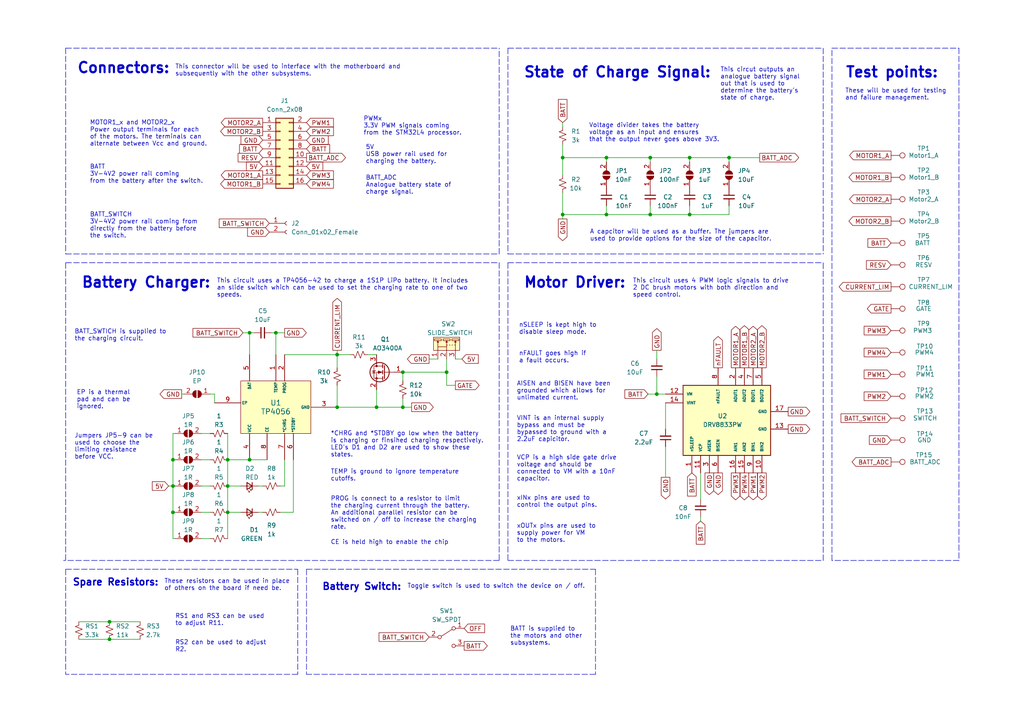
<source format=kicad_sch>
(kicad_sch (version 20211123) (generator eeschema)

  (uuid e63e39d7-6ac0-4ffd-8aa3-1841a4541b55)

  (paper "A4")

  (title_block
    (title "Micromouse Power Subsystem")
    (date "2024-04-18")
    (rev "0.0")
    (company "EEE3088F - University of Cape Town")
    (comment 1 "Luke van der Walt")
    (comment 2 "VWLLUK003")
    (comment 3 "Group 15")
  )

  (lib_symbols
    (symbol "Connector:Conn_01x02_Female" (pin_names (offset 1.016) hide) (in_bom yes) (on_board yes)
      (property "Reference" "J" (id 0) (at 0 2.54 0)
        (effects (font (size 1.27 1.27)))
      )
      (property "Value" "Conn_01x02_Female" (id 1) (at 0 -5.08 0)
        (effects (font (size 1.27 1.27)))
      )
      (property "Footprint" "" (id 2) (at 0 0 0)
        (effects (font (size 1.27 1.27)) hide)
      )
      (property "Datasheet" "~" (id 3) (at 0 0 0)
        (effects (font (size 1.27 1.27)) hide)
      )
      (property "ki_keywords" "connector" (id 4) (at 0 0 0)
        (effects (font (size 1.27 1.27)) hide)
      )
      (property "ki_description" "Generic connector, single row, 01x02, script generated (kicad-library-utils/schlib/autogen/connector/)" (id 5) (at 0 0 0)
        (effects (font (size 1.27 1.27)) hide)
      )
      (property "ki_fp_filters" "Connector*:*_1x??_*" (id 6) (at 0 0 0)
        (effects (font (size 1.27 1.27)) hide)
      )
      (symbol "Conn_01x02_Female_1_1"
        (arc (start 0 -2.032) (mid -0.508 -2.54) (end 0 -3.048)
          (stroke (width 0.1524) (type default) (color 0 0 0 0))
          (fill (type none))
        )
        (polyline
          (pts
            (xy -1.27 -2.54)
            (xy -0.508 -2.54)
          )
          (stroke (width 0.1524) (type default) (color 0 0 0 0))
          (fill (type none))
        )
        (polyline
          (pts
            (xy -1.27 0)
            (xy -0.508 0)
          )
          (stroke (width 0.1524) (type default) (color 0 0 0 0))
          (fill (type none))
        )
        (arc (start 0 0.508) (mid -0.508 0) (end 0 -0.508)
          (stroke (width 0.1524) (type default) (color 0 0 0 0))
          (fill (type none))
        )
        (pin passive line (at -5.08 0 0) (length 3.81)
          (name "Pin_1" (effects (font (size 1.27 1.27))))
          (number "1" (effects (font (size 1.27 1.27))))
        )
        (pin passive line (at -5.08 -2.54 0) (length 3.81)
          (name "Pin_2" (effects (font (size 1.27 1.27))))
          (number "2" (effects (font (size 1.27 1.27))))
        )
      )
    )
    (symbol "Connector:TestPoint" (pin_numbers hide) (pin_names (offset 0.762) hide) (in_bom yes) (on_board yes)
      (property "Reference" "TP" (id 0) (at 0 6.858 0)
        (effects (font (size 1.27 1.27)))
      )
      (property "Value" "TestPoint" (id 1) (at 0 5.08 0)
        (effects (font (size 1.27 1.27)))
      )
      (property "Footprint" "" (id 2) (at 5.08 0 0)
        (effects (font (size 1.27 1.27)) hide)
      )
      (property "Datasheet" "~" (id 3) (at 5.08 0 0)
        (effects (font (size 1.27 1.27)) hide)
      )
      (property "ki_keywords" "test point tp" (id 4) (at 0 0 0)
        (effects (font (size 1.27 1.27)) hide)
      )
      (property "ki_description" "test point" (id 5) (at 0 0 0)
        (effects (font (size 1.27 1.27)) hide)
      )
      (property "ki_fp_filters" "Pin* Test*" (id 6) (at 0 0 0)
        (effects (font (size 1.27 1.27)) hide)
      )
      (symbol "TestPoint_0_1"
        (circle (center 0 3.302) (radius 0.762)
          (stroke (width 0) (type default) (color 0 0 0 0))
          (fill (type none))
        )
      )
      (symbol "TestPoint_1_1"
        (pin passive line (at 0 0 90) (length 2.54)
          (name "1" (effects (font (size 1.27 1.27))))
          (number "1" (effects (font (size 1.27 1.27))))
        )
      )
    )
    (symbol "Device:C_Small" (pin_numbers hide) (pin_names (offset 0.254) hide) (in_bom yes) (on_board yes)
      (property "Reference" "C" (id 0) (at 0.254 1.778 0)
        (effects (font (size 1.27 1.27)) (justify left))
      )
      (property "Value" "C_Small" (id 1) (at 0.254 -2.032 0)
        (effects (font (size 1.27 1.27)) (justify left))
      )
      (property "Footprint" "" (id 2) (at 0 0 0)
        (effects (font (size 1.27 1.27)) hide)
      )
      (property "Datasheet" "~" (id 3) (at 0 0 0)
        (effects (font (size 1.27 1.27)) hide)
      )
      (property "ki_keywords" "capacitor cap" (id 4) (at 0 0 0)
        (effects (font (size 1.27 1.27)) hide)
      )
      (property "ki_description" "Unpolarized capacitor, small symbol" (id 5) (at 0 0 0)
        (effects (font (size 1.27 1.27)) hide)
      )
      (property "ki_fp_filters" "C_*" (id 6) (at 0 0 0)
        (effects (font (size 1.27 1.27)) hide)
      )
      (symbol "C_Small_0_1"
        (polyline
          (pts
            (xy -1.524 -0.508)
            (xy 1.524 -0.508)
          )
          (stroke (width 0.3302) (type default) (color 0 0 0 0))
          (fill (type none))
        )
        (polyline
          (pts
            (xy -1.524 0.508)
            (xy 1.524 0.508)
          )
          (stroke (width 0.3048) (type default) (color 0 0 0 0))
          (fill (type none))
        )
      )
      (symbol "C_Small_1_1"
        (pin passive line (at 0 2.54 270) (length 2.032)
          (name "~" (effects (font (size 1.27 1.27))))
          (number "1" (effects (font (size 1.27 1.27))))
        )
        (pin passive line (at 0 -2.54 90) (length 2.032)
          (name "~" (effects (font (size 1.27 1.27))))
          (number "2" (effects (font (size 1.27 1.27))))
        )
      )
    )
    (symbol "Device:LED_Small" (pin_numbers hide) (pin_names (offset 0.254) hide) (in_bom yes) (on_board yes)
      (property "Reference" "D" (id 0) (at -1.27 3.175 0)
        (effects (font (size 1.27 1.27)) (justify left))
      )
      (property "Value" "LED_Small" (id 1) (at -4.445 -2.54 0)
        (effects (font (size 1.27 1.27)) (justify left))
      )
      (property "Footprint" "" (id 2) (at 0 0 90)
        (effects (font (size 1.27 1.27)) hide)
      )
      (property "Datasheet" "~" (id 3) (at 0 0 90)
        (effects (font (size 1.27 1.27)) hide)
      )
      (property "ki_keywords" "LED diode light-emitting-diode" (id 4) (at 0 0 0)
        (effects (font (size 1.27 1.27)) hide)
      )
      (property "ki_description" "Light emitting diode, small symbol" (id 5) (at 0 0 0)
        (effects (font (size 1.27 1.27)) hide)
      )
      (property "ki_fp_filters" "LED* LED_SMD:* LED_THT:*" (id 6) (at 0 0 0)
        (effects (font (size 1.27 1.27)) hide)
      )
      (symbol "LED_Small_0_1"
        (polyline
          (pts
            (xy -0.762 -1.016)
            (xy -0.762 1.016)
          )
          (stroke (width 0.254) (type default) (color 0 0 0 0))
          (fill (type none))
        )
        (polyline
          (pts
            (xy 1.016 0)
            (xy -0.762 0)
          )
          (stroke (width 0) (type default) (color 0 0 0 0))
          (fill (type none))
        )
        (polyline
          (pts
            (xy 0.762 -1.016)
            (xy -0.762 0)
            (xy 0.762 1.016)
            (xy 0.762 -1.016)
          )
          (stroke (width 0.254) (type default) (color 0 0 0 0))
          (fill (type none))
        )
        (polyline
          (pts
            (xy 0 0.762)
            (xy -0.508 1.27)
            (xy -0.254 1.27)
            (xy -0.508 1.27)
            (xy -0.508 1.016)
          )
          (stroke (width 0) (type default) (color 0 0 0 0))
          (fill (type none))
        )
        (polyline
          (pts
            (xy 0.508 1.27)
            (xy 0 1.778)
            (xy 0.254 1.778)
            (xy 0 1.778)
            (xy 0 1.524)
          )
          (stroke (width 0) (type default) (color 0 0 0 0))
          (fill (type none))
        )
      )
      (symbol "LED_Small_1_1"
        (pin passive line (at -2.54 0 0) (length 1.778)
          (name "K" (effects (font (size 1.27 1.27))))
          (number "1" (effects (font (size 1.27 1.27))))
        )
        (pin passive line (at 2.54 0 180) (length 1.778)
          (name "A" (effects (font (size 1.27 1.27))))
          (number "2" (effects (font (size 1.27 1.27))))
        )
      )
    )
    (symbol "Device:R_Small_US" (pin_numbers hide) (pin_names (offset 0.254) hide) (in_bom yes) (on_board yes)
      (property "Reference" "R" (id 0) (at 0.762 0.508 0)
        (effects (font (size 1.27 1.27)) (justify left))
      )
      (property "Value" "R_Small_US" (id 1) (at 0.762 -1.016 0)
        (effects (font (size 1.27 1.27)) (justify left))
      )
      (property "Footprint" "" (id 2) (at 0 0 0)
        (effects (font (size 1.27 1.27)) hide)
      )
      (property "Datasheet" "~" (id 3) (at 0 0 0)
        (effects (font (size 1.27 1.27)) hide)
      )
      (property "ki_keywords" "r resistor" (id 4) (at 0 0 0)
        (effects (font (size 1.27 1.27)) hide)
      )
      (property "ki_description" "Resistor, small US symbol" (id 5) (at 0 0 0)
        (effects (font (size 1.27 1.27)) hide)
      )
      (property "ki_fp_filters" "R_*" (id 6) (at 0 0 0)
        (effects (font (size 1.27 1.27)) hide)
      )
      (symbol "R_Small_US_1_1"
        (polyline
          (pts
            (xy 0 0)
            (xy 1.016 -0.381)
            (xy 0 -0.762)
            (xy -1.016 -1.143)
            (xy 0 -1.524)
          )
          (stroke (width 0) (type default) (color 0 0 0 0))
          (fill (type none))
        )
        (polyline
          (pts
            (xy 0 1.524)
            (xy 1.016 1.143)
            (xy 0 0.762)
            (xy -1.016 0.381)
            (xy 0 0)
          )
          (stroke (width 0) (type default) (color 0 0 0 0))
          (fill (type none))
        )
        (pin passive line (at 0 2.54 270) (length 1.016)
          (name "~" (effects (font (size 1.27 1.27))))
          (number "1" (effects (font (size 1.27 1.27))))
        )
        (pin passive line (at 0 -2.54 90) (length 1.016)
          (name "~" (effects (font (size 1.27 1.27))))
          (number "2" (effects (font (size 1.27 1.27))))
        )
      )
    )
    (symbol "Jumper:SolderJumper_2_Open" (pin_names (offset 0) hide) (in_bom yes) (on_board yes)
      (property "Reference" "JP" (id 0) (at 0 2.032 0)
        (effects (font (size 1.27 1.27)))
      )
      (property "Value" "SolderJumper_2_Open" (id 1) (at 0 -2.54 0)
        (effects (font (size 1.27 1.27)))
      )
      (property "Footprint" "" (id 2) (at 0 0 0)
        (effects (font (size 1.27 1.27)) hide)
      )
      (property "Datasheet" "~" (id 3) (at 0 0 0)
        (effects (font (size 1.27 1.27)) hide)
      )
      (property "ki_keywords" "solder jumper SPST" (id 4) (at 0 0 0)
        (effects (font (size 1.27 1.27)) hide)
      )
      (property "ki_description" "Solder Jumper, 2-pole, open" (id 5) (at 0 0 0)
        (effects (font (size 1.27 1.27)) hide)
      )
      (property "ki_fp_filters" "SolderJumper*Open*" (id 6) (at 0 0 0)
        (effects (font (size 1.27 1.27)) hide)
      )
      (symbol "SolderJumper_2_Open_0_1"
        (arc (start -0.254 1.016) (mid -1.27 0) (end -0.254 -1.016)
          (stroke (width 0) (type default) (color 0 0 0 0))
          (fill (type none))
        )
        (arc (start -0.254 1.016) (mid -1.27 0) (end -0.254 -1.016)
          (stroke (width 0) (type default) (color 0 0 0 0))
          (fill (type outline))
        )
        (polyline
          (pts
            (xy -0.254 1.016)
            (xy -0.254 -1.016)
          )
          (stroke (width 0) (type default) (color 0 0 0 0))
          (fill (type none))
        )
        (polyline
          (pts
            (xy 0.254 1.016)
            (xy 0.254 -1.016)
          )
          (stroke (width 0) (type default) (color 0 0 0 0))
          (fill (type none))
        )
        (arc (start 0.254 -1.016) (mid 1.27 0) (end 0.254 1.016)
          (stroke (width 0) (type default) (color 0 0 0 0))
          (fill (type none))
        )
        (arc (start 0.254 -1.016) (mid 1.27 0) (end 0.254 1.016)
          (stroke (width 0) (type default) (color 0 0 0 0))
          (fill (type outline))
        )
      )
      (symbol "SolderJumper_2_Open_1_1"
        (pin passive line (at -3.81 0 0) (length 2.54)
          (name "A" (effects (font (size 1.27 1.27))))
          (number "1" (effects (font (size 1.27 1.27))))
        )
        (pin passive line (at 3.81 0 180) (length 2.54)
          (name "B" (effects (font (size 1.27 1.27))))
          (number "2" (effects (font (size 1.27 1.27))))
        )
      )
    )
    (symbol "My Symbols:Conn_02x08_Odd_Even" (pin_names (offset 1.016) hide) (in_bom yes) (on_board yes)
      (property "Reference" "J?" (id 0) (at 1.27 16.51 0)
        (effects (font (size 1.27 1.27)))
      )
      (property "Value" "Conn_02x08_Odd_Even" (id 1) (at 1.27 13.97 0)
        (effects (font (size 1.27 1.27)))
      )
      (property "Footprint" "Connector_PinHeader_2.54mm:PinHeader_2x08_P2.54mm_Vertical" (id 2) (at 1.27 11.43 0)
        (effects (font (size 1.27 1.27)))
      )
      (property "Datasheet" "~" (id 3) (at 0 0 0)
        (effects (font (size 1.27 1.27)) hide)
      )
      (property "ki_keywords" "connector" (id 4) (at 0 0 0)
        (effects (font (size 1.27 1.27)) hide)
      )
      (property "ki_description" "Generic connector, double row, 02x08, odd/even pin numbering scheme (row 1 odd numbers, row 2 even numbers), script generated (kicad-library-utils/schlib/autogen/connector/)" (id 5) (at 0 0 0)
        (effects (font (size 1.27 1.27)) hide)
      )
      (property "ki_fp_filters" "Connector*:*_2x??_*" (id 6) (at 0 0 0)
        (effects (font (size 1.27 1.27)) hide)
      )
      (symbol "Conn_02x08_Odd_Even_1_1"
        (rectangle (start -1.27 -10.033) (end 0 -10.287)
          (stroke (width 0.1524) (type default) (color 0 0 0 0))
          (fill (type none))
        )
        (rectangle (start -1.27 -7.493) (end 0 -7.747)
          (stroke (width 0.1524) (type default) (color 0 0 0 0))
          (fill (type none))
        )
        (rectangle (start -1.27 -4.953) (end 0 -5.207)
          (stroke (width 0.1524) (type default) (color 0 0 0 0))
          (fill (type none))
        )
        (rectangle (start -1.27 -2.413) (end 0 -2.667)
          (stroke (width 0.1524) (type default) (color 0 0 0 0))
          (fill (type none))
        )
        (rectangle (start -1.27 0.127) (end 0 -0.127)
          (stroke (width 0.1524) (type default) (color 0 0 0 0))
          (fill (type none))
        )
        (rectangle (start -1.27 2.667) (end 0 2.413)
          (stroke (width 0.1524) (type default) (color 0 0 0 0))
          (fill (type none))
        )
        (rectangle (start -1.27 5.207) (end 0 4.953)
          (stroke (width 0.1524) (type default) (color 0 0 0 0))
          (fill (type none))
        )
        (rectangle (start -1.27 7.747) (end 0 7.493)
          (stroke (width 0.1524) (type default) (color 0 0 0 0))
          (fill (type none))
        )
        (rectangle (start -1.27 8.89) (end 3.81 -11.43)
          (stroke (width 0.254) (type default) (color 0 0 0 0))
          (fill (type background))
        )
        (rectangle (start 3.81 -10.033) (end 2.54 -10.287)
          (stroke (width 0.1524) (type default) (color 0 0 0 0))
          (fill (type none))
        )
        (rectangle (start 3.81 -7.493) (end 2.54 -7.747)
          (stroke (width 0.1524) (type default) (color 0 0 0 0))
          (fill (type none))
        )
        (rectangle (start 3.81 -4.953) (end 2.54 -5.207)
          (stroke (width 0.1524) (type default) (color 0 0 0 0))
          (fill (type none))
        )
        (rectangle (start 3.81 -2.413) (end 2.54 -2.667)
          (stroke (width 0.1524) (type default) (color 0 0 0 0))
          (fill (type none))
        )
        (rectangle (start 3.81 0.127) (end 2.54 -0.127)
          (stroke (width 0.1524) (type default) (color 0 0 0 0))
          (fill (type none))
        )
        (rectangle (start 3.81 2.667) (end 2.54 2.413)
          (stroke (width 0.1524) (type default) (color 0 0 0 0))
          (fill (type none))
        )
        (rectangle (start 3.81 5.207) (end 2.54 4.953)
          (stroke (width 0.1524) (type default) (color 0 0 0 0))
          (fill (type none))
        )
        (rectangle (start 3.81 7.747) (end 2.54 7.493)
          (stroke (width 0.1524) (type default) (color 0 0 0 0))
          (fill (type none))
        )
        (pin bidirectional line (at -5.08 7.62 0) (length 3.81)
          (name "Pin_1" (effects (font (size 1.27 1.27))))
          (number "1" (effects (font (size 1.27 1.27))))
        )
        (pin bidirectional line (at 7.62 -2.54 180) (length 3.81)
          (name "Pin_10" (effects (font (size 1.27 1.27))))
          (number "10" (effects (font (size 1.27 1.27))))
        )
        (pin bidirectional line (at -5.08 -5.08 0) (length 3.81)
          (name "Pin_11" (effects (font (size 1.27 1.27))))
          (number "11" (effects (font (size 1.27 1.27))))
        )
        (pin bidirectional line (at 7.62 -5.08 180) (length 3.81)
          (name "Pin_12" (effects (font (size 1.27 1.27))))
          (number "12" (effects (font (size 1.27 1.27))))
        )
        (pin bidirectional line (at -5.08 -7.62 0) (length 3.81)
          (name "Pin_13" (effects (font (size 1.27 1.27))))
          (number "13" (effects (font (size 1.27 1.27))))
        )
        (pin bidirectional line (at 7.62 -7.62 180) (length 3.81)
          (name "Pin_14" (effects (font (size 1.27 1.27))))
          (number "14" (effects (font (size 1.27 1.27))))
        )
        (pin bidirectional line (at -5.08 -10.16 0) (length 3.81)
          (name "Pin_15" (effects (font (size 1.27 1.27))))
          (number "15" (effects (font (size 1.27 1.27))))
        )
        (pin bidirectional line (at 7.62 -10.16 180) (length 3.81)
          (name "Pin_16" (effects (font (size 1.27 1.27))))
          (number "16" (effects (font (size 1.27 1.27))))
        )
        (pin bidirectional line (at 7.62 7.62 180) (length 3.81)
          (name "Pin_2" (effects (font (size 1.27 1.27))))
          (number "2" (effects (font (size 1.27 1.27))))
        )
        (pin bidirectional line (at -5.08 5.08 0) (length 3.81)
          (name "Pin_3" (effects (font (size 1.27 1.27))))
          (number "3" (effects (font (size 1.27 1.27))))
        )
        (pin bidirectional line (at 7.62 5.08 180) (length 3.81)
          (name "Pin_4" (effects (font (size 1.27 1.27))))
          (number "4" (effects (font (size 1.27 1.27))))
        )
        (pin bidirectional line (at -5.08 2.54 0) (length 3.81)
          (name "Pin_5" (effects (font (size 1.27 1.27))))
          (number "5" (effects (font (size 1.27 1.27))))
        )
        (pin bidirectional line (at 7.62 2.54 180) (length 3.81)
          (name "Pin_6" (effects (font (size 1.27 1.27))))
          (number "6" (effects (font (size 1.27 1.27))))
        )
        (pin bidirectional line (at -5.08 0 0) (length 3.81)
          (name "Pin_7" (effects (font (size 1.27 1.27))))
          (number "7" (effects (font (size 1.27 1.27))))
        )
        (pin bidirectional line (at 7.62 0 180) (length 3.81)
          (name "Pin_8" (effects (font (size 1.27 1.27))))
          (number "8" (effects (font (size 1.27 1.27))))
        )
        (pin bidirectional line (at -5.08 -2.54 0) (length 3.81)
          (name "Pin_9" (effects (font (size 1.27 1.27))))
          (number "9" (effects (font (size 1.27 1.27))))
        )
      )
    )
    (symbol "My Symbols:DRV8833PW" (pin_names (offset 1.016)) (in_bom yes) (on_board yes)
      (property "Reference" "U?" (id 0) (at 0 2.54 90)
        (effects (font (size 1.27 1.27)) (justify left))
      )
      (property "Value" "DRV8833PW" (id 1) (at 2.54 0 90)
        (effects (font (size 1.27 1.27)) (justify left))
      )
      (property "Footprint" "Package_SO:TSSOP-16_4.4x5mm_P0.65mm" (id 2) (at 11.43 11.43 0)
        (effects (font (size 1.27 1.27)) (justify left) hide)
      )
      (property "Datasheet" "http://www.ti.com/lit/ds/symlink/drv8833.pdf" (id 3) (at -3.81 13.97 0)
        (effects (font (size 1.27 1.27)) hide)
      )
      (property "ki_keywords" "H-bridge motor driver" (id 4) (at 0 0 0)
        (effects (font (size 1.27 1.27)) hide)
      )
      (property "ki_description" "Dual H-Bridge Motor Driver, TSSOP-16" (id 5) (at 0 0 0)
        (effects (font (size 1.27 1.27)) hide)
      )
      (property "ki_fp_filters" "TSSOP-16*4.4x5mm*P0.65mm*" (id 6) (at 0 0 0)
        (effects (font (size 1.27 1.27)) hide)
      )
      (symbol "DRV8833PW_0_1"
        (rectangle (start -10.16 12.7) (end 10.16 -12.7)
          (stroke (width 0.254) (type default) (color 0 0 0 0))
          (fill (type background))
        )
      )
      (symbol "DRV8833PW_1_1"
        (pin input line (at -15.24 10.16 0) (length 5.08)
          (name "nSLEEP" (effects (font (size 0.8 0.8))))
          (number "1" (effects (font (size 1.27 1.27))))
        )
        (pin input line (at -15.24 -10.16 0) (length 5.08)
          (name "BIN2" (effects (font (size 0.8 0.8))))
          (number "10" (effects (font (size 1.27 1.27))))
        )
        (pin bidirectional line (at -15.24 7.62 0) (length 5.08)
          (name "VCP" (effects (font (size 0.8 0.8))))
          (number "11" (effects (font (size 1.27 1.27))))
        )
        (pin input line (at 7.62 17.78 270) (length 5.08)
          (name "VM" (effects (font (size 0.8 0.8))))
          (number "12" (effects (font (size 1.27 1.27))))
        )
        (pin input line (at -2.54 -17.78 90) (length 5.08)
          (name "GND" (effects (font (size 0.8 0.8))))
          (number "13" (effects (font (size 1.27 1.27))))
        )
        (pin input line (at 5.08 17.78 270) (length 5.08)
          (name "VINT" (effects (font (size 0.8 0.8))))
          (number "14" (effects (font (size 1.27 1.27))))
        )
        (pin input line (at -15.24 -5.08 0) (length 5.08)
          (name "AIN2" (effects (font (size 0.8 0.8))))
          (number "15" (effects (font (size 1.27 1.27))))
        )
        (pin input line (at -15.24 -2.54 0) (length 5.08)
          (name "AIN1" (effects (font (size 0.8 0.8))))
          (number "16" (effects (font (size 1.27 1.27))))
        )
        (pin input line (at 2.54 -17.78 90) (length 5.08)
          (name "GND" (effects (font (size 0.8 0.8))))
          (number "17" (effects (font (size 1.27 1.27))))
        )
        (pin output line (at 15.24 -2.54 180) (length 5.08)
          (name "AOUT1" (effects (font (size 0.8 0.8))))
          (number "2" (effects (font (size 1.27 1.27))))
        )
        (pin bidirectional line (at -15.24 5.08 0) (length 5.08)
          (name "AISEN" (effects (font (size 0.8 0.8))))
          (number "3" (effects (font (size 1.27 1.27))))
        )
        (pin output line (at 15.24 -5.08 180) (length 5.08)
          (name "AOUT2" (effects (font (size 0.8 0.8))))
          (number "4" (effects (font (size 1.27 1.27))))
        )
        (pin output line (at 15.24 -10.16 180) (length 5.08)
          (name "BOUT2" (effects (font (size 0.8 0.8))))
          (number "5" (effects (font (size 1.27 1.27))))
        )
        (pin bidirectional line (at -15.24 2.54 0) (length 5.08)
          (name "BISEN" (effects (font (size 0.8 0.8))))
          (number "6" (effects (font (size 1.27 1.27))))
        )
        (pin output line (at 15.24 -7.62 180) (length 5.08)
          (name "BOUT1" (effects (font (size 0.8 0.8))))
          (number "7" (effects (font (size 1.27 1.27))))
        )
        (pin open_collector line (at 15.24 2.54 180) (length 5.08)
          (name "nFAULT" (effects (font (size 0.8 0.8))))
          (number "8" (effects (font (size 1.27 1.27))))
        )
        (pin input line (at -15.24 -7.62 0) (length 5.08)
          (name "BIN1" (effects (font (size 0.8 0.8))))
          (number "9" (effects (font (size 1.27 1.27))))
        )
      )
    )
    (symbol "My Symbols:SW_SLIDE_2POS" (in_bom yes) (on_board yes)
      (property "Reference" "SW1" (id 0) (at -1.27 11.43 90)
        (effects (font (size 1.27 1.27)) (justify right))
      )
      (property "Value" "SLIDE_SWITCH" (id 1) (at -6.6675 8.5725 90)
        (effects (font (size 1.27 1.27)) (justify right))
      )
      (property "Footprint" "footprints:SS-12D10G5_XKB" (id 2) (at 0 -6.35 0)
        (effects (font (size 1.27 1.27)) hide)
      )
      (property "Datasheet" "" (id 3) (at 0 -6.35 0)
        (effects (font (size 1.27 1.27)) hide)
      )
      (symbol "SW_SLIDE_2POS_0_1"
        (rectangle (start -3.81 0) (end 3.81 3.81)
          (stroke (width 0) (type default) (color 0 0 0 0))
          (fill (type background))
        )
        (rectangle (start -1.524 0.508) (end -3.556 1.016)
          (stroke (width 0) (type default) (color 0 0 0 0))
          (fill (type none))
        )
        (polyline
          (pts
            (xy -2.54 1.016)
            (xy -2.54 3.556)
          )
          (stroke (width 0) (type default) (color 0 0 0 0))
          (fill (type none))
        )
        (polyline
          (pts
            (xy -2.54 2.794)
            (xy 0 2.794)
          )
          (stroke (width 0) (type default) (color 0 0 0 0))
          (fill (type none))
        )
        (polyline
          (pts
            (xy -2.54 3.556)
            (xy -2.54 3.81)
          )
          (stroke (width 0) (type default) (color 0 0 0 0))
          (fill (type none))
        )
        (polyline
          (pts
            (xy 0 1.016)
            (xy 0 3.556)
          )
          (stroke (width 0) (type default) (color 0 0 0 0))
          (fill (type none))
        )
        (polyline
          (pts
            (xy 0 2.286)
            (xy 0.254 2.286)
          )
          (stroke (width 0) (type default) (color 0 0 0 0))
          (fill (type none))
        )
        (polyline
          (pts
            (xy 0 3.556)
            (xy 0 3.81)
          )
          (stroke (width 0) (type default) (color 0 0 0 0))
          (fill (type none))
        )
        (polyline
          (pts
            (xy 0.762 2.286)
            (xy 1.016 2.286)
          )
          (stroke (width 0) (type default) (color 0 0 0 0))
          (fill (type none))
        )
        (polyline
          (pts
            (xy 1.524 2.286)
            (xy 1.778 2.286)
          )
          (stroke (width 0) (type default) (color 0 0 0 0))
          (fill (type none))
        )
        (polyline
          (pts
            (xy 2.286 2.286)
            (xy 2.54 2.286)
          )
          (stroke (width 0) (type default) (color 0 0 0 0))
          (fill (type none))
        )
        (polyline
          (pts
            (xy 2.54 1.016)
            (xy 2.54 3.556)
          )
          (stroke (width 0) (type default) (color 0 0 0 0))
          (fill (type none))
        )
        (polyline
          (pts
            (xy 2.54 3.556)
            (xy 2.54 3.81)
          )
          (stroke (width 0) (type default) (color 0 0 0 0))
          (fill (type none))
        )
        (polyline
          (pts
            (xy -2.54 1.016)
            (xy -2.794 1.524)
            (xy -2.286 1.524)
            (xy -2.54 1.016)
          )
          (stroke (width 0) (type default) (color 0 0 0 0))
          (fill (type none))
        )
        (polyline
          (pts
            (xy 0 1.016)
            (xy -0.254 1.524)
            (xy 0.254 1.524)
            (xy 0 1.016)
          )
          (stroke (width 0) (type default) (color 0 0 0 0))
          (fill (type none))
        )
        (polyline
          (pts
            (xy 2.54 1.016)
            (xy 2.286 1.524)
            (xy 2.794 1.524)
            (xy 2.54 1.016)
          )
          (stroke (width 0) (type default) (color 0 0 0 0))
          (fill (type none))
        )
        (rectangle (start 1.016 0.508) (end -1.016 1.016)
          (stroke (width 0) (type default) (color 0 0 0 0))
          (fill (type none))
        )
        (rectangle (start 3.556 0.508) (end 1.524 1.016)
          (stroke (width 0) (type default) (color 0 0 0 0))
          (fill (type none))
        )
      )
      (symbol "SW_SLIDE_2POS_1_1"
        (pin bidirectional line (at -2.54 6.35 270) (length 2.54)
          (name "" (effects (font (size 1.27 1.27))))
          (number "1" (effects (font (size 1.27 1.27))))
        )
        (pin bidirectional line (at 0 6.35 270) (length 2.54)
          (name "" (effects (font (size 1.27 1.27))))
          (number "2" (effects (font (size 1.27 1.27))))
        )
        (pin bidirectional line (at 2.54 6.35 270) (length 2.54)
          (name "" (effects (font (size 1.27 1.27))))
          (number "3" (effects (font (size 1.27 1.27))))
        )
      )
    )
    (symbol "My Symbols:TP4056" (pin_names (offset 0.254)) (in_bom yes) (on_board yes)
      (property "Reference" "U1" (id 0) (at 0.254 -5.588 0)
        (effects (font (size 1.524 1.524)))
      )
      (property "Value" "TP4056" (id 1) (at -0.254 -2.54 0)
        (effects (font (size 1.524 1.524)))
      )
      (property "Footprint" "" (id 2) (at -17.78 -2.54 90)
        (effects (font (size 1.27 1.27) italic) hide)
      )
      (property "Datasheet" "TP4056-42-ESOP8" (id 3) (at -20.32 -5.08 0)
        (effects (font (size 1.27 1.27) italic) hide)
      )
      (property "ki_locked" "" (id 4) (at 0 0 0)
        (effects (font (size 1.27 1.27)))
      )
      (property "ki_keywords" "TP4056-42-ESOP8" (id 5) (at 0 0 0)
        (effects (font (size 1.27 1.27)) hide)
      )
      (property "ki_fp_filters" "TP4056-42-ESOP8_TPW TP4056-42-ESOP8_TPW-M TP4056-42-ESOP8_TPW-L" (id 6) (at 0 0 0)
        (effects (font (size 1.27 1.27)) hide)
      )
      (symbol "TP4056_0_1"
        (pin bidirectional line (at 1.27 11.43 270) (length 7.62)
          (name "TEMP" (effects (font (size 0.8 0.8))))
          (number "1" (effects (font (size 1.27 1.27))))
        )
        (pin bidirectional line (at 3.81 11.43 270) (length 7.62)
          (name "PROG" (effects (font (size 0.8 0.8))))
          (number "2" (effects (font (size 1.27 1.27))))
        )
        (pin input line (at 19.05 -3.81 180) (length 7.62)
          (name "GND" (effects (font (size 0.8 0.8))))
          (number "3" (effects (font (size 1.27 1.27))))
        )
        (pin input line (at -6.35 -19.05 90) (length 7.62)
          (name "VCC" (effects (font (size 0.8 0.8))))
          (number "4" (effects (font (size 1.27 1.27))))
        )
        (pin output line (at -6.35 11.43 270) (length 7.62)
          (name "BAT" (effects (font (size 0.8 0.8))))
          (number "5" (effects (font (size 1.27 1.27))))
        )
        (pin bidirectional line (at 6.35 -19.05 90) (length 7.62)
          (name "*STDBY" (effects (font (size 0.8 0.8))))
          (number "6" (effects (font (size 1.27 1.27))))
        )
        (pin bidirectional line (at 3.81 -19.05 90) (length 7.62)
          (name "*CHRG" (effects (font (size 0.8 0.8))))
          (number "7" (effects (font (size 1.27 1.27))))
        )
        (pin bidirectional line (at -1.27 -19.05 90) (length 7.62)
          (name "CE" (effects (font (size 0.8 0.8))))
          (number "8" (effects (font (size 1.27 1.27))))
        )
        (pin input line (at -16.51 -2.54 0) (length 7.62)
          (name "EP" (effects (font (size 0.8 0.8))))
          (number "9" (effects (font (size 1.27 1.27))))
        )
      )
      (symbol "TP4056_1_1"
        (rectangle (start -8.89 -11.43) (end 11.43 3.81)
          (stroke (width 0) (type default) (color 0 0 0 0))
          (fill (type background))
        )
      )
    )
    (symbol "Switch:SW_SPDT" (pin_names (offset 0) hide) (in_bom yes) (on_board yes)
      (property "Reference" "SW" (id 0) (at 0 4.318 0)
        (effects (font (size 1.27 1.27)))
      )
      (property "Value" "SW_SPDT" (id 1) (at 0 -5.08 0)
        (effects (font (size 1.27 1.27)))
      )
      (property "Footprint" "" (id 2) (at 0 0 0)
        (effects (font (size 1.27 1.27)) hide)
      )
      (property "Datasheet" "~" (id 3) (at 0 0 0)
        (effects (font (size 1.27 1.27)) hide)
      )
      (property "ki_keywords" "switch single-pole double-throw spdt ON-ON" (id 4) (at 0 0 0)
        (effects (font (size 1.27 1.27)) hide)
      )
      (property "ki_description" "Switch, single pole double throw" (id 5) (at 0 0 0)
        (effects (font (size 1.27 1.27)) hide)
      )
      (symbol "SW_SPDT_0_0"
        (circle (center -2.032 0) (radius 0.508)
          (stroke (width 0) (type default) (color 0 0 0 0))
          (fill (type none))
        )
        (circle (center 2.032 -2.54) (radius 0.508)
          (stroke (width 0) (type default) (color 0 0 0 0))
          (fill (type none))
        )
      )
      (symbol "SW_SPDT_0_1"
        (polyline
          (pts
            (xy -1.524 0.254)
            (xy 1.651 2.286)
          )
          (stroke (width 0) (type default) (color 0 0 0 0))
          (fill (type none))
        )
        (circle (center 2.032 2.54) (radius 0.508)
          (stroke (width 0) (type default) (color 0 0 0 0))
          (fill (type none))
        )
      )
      (symbol "SW_SPDT_1_1"
        (pin passive line (at 5.08 2.54 180) (length 2.54)
          (name "A" (effects (font (size 1.27 1.27))))
          (number "1" (effects (font (size 1.27 1.27))))
        )
        (pin passive line (at -5.08 0 0) (length 2.54)
          (name "B" (effects (font (size 1.27 1.27))))
          (number "2" (effects (font (size 1.27 1.27))))
        )
        (pin passive line (at 5.08 -2.54 180) (length 2.54)
          (name "C" (effects (font (size 1.27 1.27))))
          (number "3" (effects (font (size 1.27 1.27))))
        )
      )
    )
    (symbol "Transistor_FET:AO3400A" (pin_names hide) (in_bom yes) (on_board yes)
      (property "Reference" "Q" (id 0) (at 5.08 1.905 0)
        (effects (font (size 1.27 1.27)) (justify left))
      )
      (property "Value" "AO3400A" (id 1) (at 5.08 0 0)
        (effects (font (size 1.27 1.27)) (justify left))
      )
      (property "Footprint" "Package_TO_SOT_SMD:SOT-23" (id 2) (at 5.08 -1.905 0)
        (effects (font (size 1.27 1.27) italic) (justify left) hide)
      )
      (property "Datasheet" "http://www.aosmd.com/pdfs/datasheet/AO3400A.pdf" (id 3) (at 0 0 0)
        (effects (font (size 1.27 1.27)) (justify left) hide)
      )
      (property "ki_keywords" "N-Channel MOSFET" (id 4) (at 0 0 0)
        (effects (font (size 1.27 1.27)) hide)
      )
      (property "ki_description" "30V Vds, 5.7A Id, N-Channel MOSFET, SOT-23" (id 5) (at 0 0 0)
        (effects (font (size 1.27 1.27)) hide)
      )
      (property "ki_fp_filters" "SOT?23*" (id 6) (at 0 0 0)
        (effects (font (size 1.27 1.27)) hide)
      )
      (symbol "AO3400A_0_1"
        (polyline
          (pts
            (xy 0.254 0)
            (xy -2.54 0)
          )
          (stroke (width 0) (type default) (color 0 0 0 0))
          (fill (type none))
        )
        (polyline
          (pts
            (xy 0.254 1.905)
            (xy 0.254 -1.905)
          )
          (stroke (width 0.254) (type default) (color 0 0 0 0))
          (fill (type none))
        )
        (polyline
          (pts
            (xy 0.762 -1.27)
            (xy 0.762 -2.286)
          )
          (stroke (width 0.254) (type default) (color 0 0 0 0))
          (fill (type none))
        )
        (polyline
          (pts
            (xy 0.762 0.508)
            (xy 0.762 -0.508)
          )
          (stroke (width 0.254) (type default) (color 0 0 0 0))
          (fill (type none))
        )
        (polyline
          (pts
            (xy 0.762 2.286)
            (xy 0.762 1.27)
          )
          (stroke (width 0.254) (type default) (color 0 0 0 0))
          (fill (type none))
        )
        (polyline
          (pts
            (xy 2.54 2.54)
            (xy 2.54 1.778)
          )
          (stroke (width 0) (type default) (color 0 0 0 0))
          (fill (type none))
        )
        (polyline
          (pts
            (xy 2.54 -2.54)
            (xy 2.54 0)
            (xy 0.762 0)
          )
          (stroke (width 0) (type default) (color 0 0 0 0))
          (fill (type none))
        )
        (polyline
          (pts
            (xy 0.762 -1.778)
            (xy 3.302 -1.778)
            (xy 3.302 1.778)
            (xy 0.762 1.778)
          )
          (stroke (width 0) (type default) (color 0 0 0 0))
          (fill (type none))
        )
        (polyline
          (pts
            (xy 1.016 0)
            (xy 2.032 0.381)
            (xy 2.032 -0.381)
            (xy 1.016 0)
          )
          (stroke (width 0) (type default) (color 0 0 0 0))
          (fill (type outline))
        )
        (polyline
          (pts
            (xy 2.794 0.508)
            (xy 2.921 0.381)
            (xy 3.683 0.381)
            (xy 3.81 0.254)
          )
          (stroke (width 0) (type default) (color 0 0 0 0))
          (fill (type none))
        )
        (polyline
          (pts
            (xy 3.302 0.381)
            (xy 2.921 -0.254)
            (xy 3.683 -0.254)
            (xy 3.302 0.381)
          )
          (stroke (width 0) (type default) (color 0 0 0 0))
          (fill (type none))
        )
        (circle (center 1.651 0) (radius 2.794)
          (stroke (width 0.254) (type default) (color 0 0 0 0))
          (fill (type none))
        )
        (circle (center 2.54 -1.778) (radius 0.254)
          (stroke (width 0) (type default) (color 0 0 0 0))
          (fill (type outline))
        )
        (circle (center 2.54 1.778) (radius 0.254)
          (stroke (width 0) (type default) (color 0 0 0 0))
          (fill (type outline))
        )
      )
      (symbol "AO3400A_1_1"
        (pin input line (at -5.08 0 0) (length 2.54)
          (name "G" (effects (font (size 1.27 1.27))))
          (number "1" (effects (font (size 1.27 1.27))))
        )
        (pin passive line (at 2.54 -5.08 90) (length 2.54)
          (name "S" (effects (font (size 1.27 1.27))))
          (number "2" (effects (font (size 1.27 1.27))))
        )
        (pin passive line (at 2.54 5.08 270) (length 2.54)
          (name "D" (effects (font (size 1.27 1.27))))
          (number "3" (effects (font (size 1.27 1.27))))
        )
      )
    )
  )

  (junction (at 66.04 133.35) (diameter 0) (color 0 0 0 0)
    (uuid 0e7b245a-0b9f-409c-b16c-2d472805650a)
  )
  (junction (at 190.5 114.3) (diameter 0) (color 0 0 0 0)
    (uuid 0febc1ff-9704-4795-8ce3-70af7692c63a)
  )
  (junction (at 50.165 140.97) (diameter 0) (color 0 0 0 0)
    (uuid 2520397a-4255-424f-a40d-8211ddaabf51)
  )
  (junction (at 116.84 118.11) (diameter 0) (color 0 0 0 0)
    (uuid 284080e4-760d-4ba4-b452-29244ec64769)
  )
  (junction (at 66.04 140.97) (diameter 0) (color 0 0 0 0)
    (uuid 2e54a842-b850-461e-84ae-3efb150314d7)
  )
  (junction (at 200.025 62.23) (diameter 0) (color 0 0 0 0)
    (uuid 307f5c47-6d72-45cc-a5d4-02ff65b7952a)
  )
  (junction (at 72.39 133.35) (diameter 0) (color 0 0 0 0)
    (uuid 3599351b-da9d-49e2-916f-219aa0ff23d0)
  )
  (junction (at 109.22 118.11) (diameter 0) (color 0 0 0 0)
    (uuid 36cb2eb5-c6ab-42e6-a4b4-f8488fd4f98f)
  )
  (junction (at 188.595 62.23) (diameter 0) (color 0 0 0 0)
    (uuid 48b23527-c465-489c-acbc-194e7630f45a)
  )
  (junction (at 80.01 96.52) (diameter 0) (color 0 0 0 0)
    (uuid 5d4bcc68-f652-4851-a530-5f3cc9259c5c)
  )
  (junction (at 163.195 45.72) (diameter 0) (color 0 0 0 0)
    (uuid 65feb56c-8466-494c-9876-5983aa250105)
  )
  (junction (at 116.84 107.95) (diameter 0) (color 0 0 0 0)
    (uuid 6b4039ab-ef0f-4137-b71a-bb4ae458919c)
  )
  (junction (at 200.025 45.72) (diameter 0) (color 0 0 0 0)
    (uuid 758508a4-33bc-4acd-91ec-6cf18bba07c7)
  )
  (junction (at 175.895 45.72) (diameter 0) (color 0 0 0 0)
    (uuid 90cb77c6-3207-41de-b1e6-98c2d9f7ebae)
  )
  (junction (at 188.595 45.72) (diameter 0) (color 0 0 0 0)
    (uuid 910aefd9-2484-489b-a8af-babfa297946b)
  )
  (junction (at 72.39 96.52) (diameter 0) (color 0 0 0 0)
    (uuid 91de726b-b37c-4346-a5c5-593e1e919f13)
  )
  (junction (at 31.75 180.34) (diameter 0) (color 0 0 0 0)
    (uuid a27cb4fd-19fd-4f0a-81c8-59e7ad24d664)
  )
  (junction (at 211.455 45.72) (diameter 0) (color 0 0 0 0)
    (uuid b12a94cc-f047-4726-84be-44cf23f4bb56)
  )
  (junction (at 50.165 133.35) (diameter 0) (color 0 0 0 0)
    (uuid b4f87ad0-c441-455e-8703-69ac99e4317c)
  )
  (junction (at 50.165 148.59) (diameter 0) (color 0 0 0 0)
    (uuid b7c6dd4a-b1c3-46c6-8382-8d4e97691710)
  )
  (junction (at 97.79 102.87) (diameter 0) (color 0 0 0 0)
    (uuid bdd620a4-cae7-45b3-9740-f97054ba4b55)
  )
  (junction (at 175.895 62.23) (diameter 0) (color 0 0 0 0)
    (uuid c80b12be-6af6-469b-96dd-3fa3cde2186e)
  )
  (junction (at 97.79 118.11) (diameter 0) (color 0 0 0 0)
    (uuid ccbe91ac-e9f7-472f-8e1b-ba91efc21703)
  )
  (junction (at 31.75 185.42) (diameter 0) (color 0 0 0 0)
    (uuid d4d5ffc1-e57b-4024-86ea-51605a358fd6)
  )
  (junction (at 66.04 148.59) (diameter 0) (color 0 0 0 0)
    (uuid d6255fb8-b433-45d6-9faf-af5c05df8ae2)
  )
  (junction (at 129.54 107.95) (diameter 0) (color 0 0 0 0)
    (uuid e130f7fb-af3f-43f1-a665-5b210e071fbf)
  )
  (junction (at 163.195 62.23) (diameter 0) (color 0 0 0 0)
    (uuid e4a57c23-6a83-4be9-a214-8fd998bf09fe)
  )

  (wire (pts (xy 211.455 46.99) (xy 211.455 45.72))
    (stroke (width 0) (type default) (color 0 0 0 0))
    (uuid 0110ed53-ccc9-48a0-bd58-9e2571cc6d49)
  )
  (wire (pts (xy 73.66 96.52) (xy 72.39 96.52))
    (stroke (width 0) (type default) (color 0 0 0 0))
    (uuid 0ae037cc-a9f9-4faf-b020-ee4b5d82c68f)
  )
  (wire (pts (xy 175.895 45.72) (xy 175.895 46.99))
    (stroke (width 0) (type default) (color 0 0 0 0))
    (uuid 0b2438db-03a1-4ca4-b45b-f25b6c932524)
  )
  (wire (pts (xy 203.2 144.78) (xy 203.2 137.16))
    (stroke (width 0) (type default) (color 0 0 0 0))
    (uuid 11e8cbcf-a100-4cdf-bc0f-8e2a6742360e)
  )
  (wire (pts (xy 78.74 96.52) (xy 80.01 96.52))
    (stroke (width 0) (type default) (color 0 0 0 0))
    (uuid 126095dd-deed-4bd0-9b34-8d8c6babc606)
  )
  (polyline (pts (xy 19.05 76.2) (xy 144.78 76.2))
    (stroke (width 0) (type default) (color 0 0 0 0))
    (uuid 19652f52-4ebe-4276-b1bc-827e10b12f00)
  )
  (polyline (pts (xy 19.05 13.97) (xy 19.05 73.66))
    (stroke (width 0) (type default) (color 0 0 0 0))
    (uuid 19848809-0283-4f32-b1d9-e19a3ab6425c)
  )

  (wire (pts (xy 82.55 102.87) (xy 97.79 102.87))
    (stroke (width 0) (type default) (color 0 0 0 0))
    (uuid 1a00d1f3-c3d2-413f-812e-4ed9dc94b843)
  )
  (wire (pts (xy 22.86 185.42) (xy 31.75 185.42))
    (stroke (width 0) (type default) (color 0 0 0 0))
    (uuid 1cf4f47e-2285-4334-88c0-474da455aa4f)
  )
  (wire (pts (xy 50.165 148.59) (xy 50.8 148.59))
    (stroke (width 0) (type default) (color 0 0 0 0))
    (uuid 1dc5a20f-f8a2-485d-95a1-bbb1cc9494b6)
  )
  (polyline (pts (xy 172.72 165.1) (xy 172.72 195.58))
    (stroke (width 0) (type default) (color 0 0 0 0))
    (uuid 22042404-c582-4c81-af8b-9d0fcff1a3a5)
  )

  (wire (pts (xy 50.165 133.35) (xy 50.165 140.97))
    (stroke (width 0) (type default) (color 0 0 0 0))
    (uuid 2359f11f-71d7-4b19-b86c-9bf7ae5611cd)
  )
  (wire (pts (xy 116.84 107.95) (xy 129.54 107.95))
    (stroke (width 0) (type default) (color 0 0 0 0))
    (uuid 24574bda-056b-43a1-9b5a-be646a1ad684)
  )
  (wire (pts (xy 50.165 125.73) (xy 50.165 133.35))
    (stroke (width 0) (type default) (color 0 0 0 0))
    (uuid 24fec2f6-67f1-491c-815c-7530ac36be1b)
  )
  (wire (pts (xy 50.165 140.97) (xy 50.165 148.59))
    (stroke (width 0) (type default) (color 0 0 0 0))
    (uuid 271c9821-c3b5-4ae4-89db-213e5800b162)
  )
  (polyline (pts (xy 147.32 76.2) (xy 238.76 76.2))
    (stroke (width 0) (type default) (color 0 0 0 0))
    (uuid 28648363-2e98-43fd-b3b8-cb221c27b9c6)
  )
  (polyline (pts (xy 19.05 165.1) (xy 86.36 165.1))
    (stroke (width 0) (type default) (color 0 0 0 0))
    (uuid 28e75104-8ecb-46ed-a9b1-abdc3fcd5aad)
  )

  (wire (pts (xy 97.79 118.11) (xy 109.22 118.11))
    (stroke (width 0) (type default) (color 0 0 0 0))
    (uuid 2b554fe0-6b2f-45cc-a9da-466330fc2865)
  )
  (wire (pts (xy 31.75 185.42) (xy 40.64 185.42))
    (stroke (width 0) (type default) (color 0 0 0 0))
    (uuid 2c3d00eb-60e0-4466-8508-8e1182e951fa)
  )
  (wire (pts (xy 129.54 111.76) (xy 132.08 111.76))
    (stroke (width 0) (type default) (color 0 0 0 0))
    (uuid 2de70a73-f9b2-42b8-96c9-12589db780bc)
  )
  (wire (pts (xy 116.84 107.95) (xy 116.84 110.49))
    (stroke (width 0) (type default) (color 0 0 0 0))
    (uuid 3135abd2-7e15-4689-8891-d32f4bc3e73d)
  )
  (wire (pts (xy 116.84 118.11) (xy 119.38 118.11))
    (stroke (width 0) (type default) (color 0 0 0 0))
    (uuid 33564dba-486a-4c53-9346-23a0dc937487)
  )
  (polyline (pts (xy 88.9 165.1) (xy 88.9 195.58))
    (stroke (width 0) (type default) (color 0 0 0 0))
    (uuid 34db7dbd-5d09-45ea-a4f4-a6af33c207ae)
  )

  (wire (pts (xy 188.595 45.72) (xy 188.595 46.99))
    (stroke (width 0) (type default) (color 0 0 0 0))
    (uuid 366cd8e6-dee1-49aa-8165-8e00e3915936)
  )
  (polyline (pts (xy 278.13 162.56) (xy 241.3 162.56))
    (stroke (width 0) (type default) (color 0 0 0 0))
    (uuid 394b4cf2-eab9-4ee4-a07a-460fc12ea2fa)
  )

  (wire (pts (xy 22.86 180.34) (xy 31.75 180.34))
    (stroke (width 0) (type default) (color 0 0 0 0))
    (uuid 3be3b333-24e0-4d4f-8a5c-c616cb397e58)
  )
  (wire (pts (xy 129.54 107.95) (xy 129.54 111.76))
    (stroke (width 0) (type default) (color 0 0 0 0))
    (uuid 3c9e0a5d-8ebb-4f38-acc3-88262853859f)
  )
  (wire (pts (xy 48.895 140.97) (xy 50.165 140.97))
    (stroke (width 0) (type default) (color 0 0 0 0))
    (uuid 3e8822f0-3f7e-48a3-9c17-925f3270a138)
  )
  (wire (pts (xy 163.195 45.72) (xy 163.195 50.8))
    (stroke (width 0) (type default) (color 0 0 0 0))
    (uuid 41746370-144b-4c29-8adc-ad964afab4fc)
  )
  (wire (pts (xy 66.04 148.59) (xy 66.04 156.21))
    (stroke (width 0) (type default) (color 0 0 0 0))
    (uuid 42383049-c2cc-4f92-88ef-6fd8c5760e24)
  )
  (wire (pts (xy 72.39 96.52) (xy 70.485 96.52))
    (stroke (width 0) (type default) (color 0 0 0 0))
    (uuid 43599e24-24ba-4241-80c7-b9872d98288a)
  )
  (polyline (pts (xy 19.05 76.2) (xy 19.05 162.56))
    (stroke (width 0) (type default) (color 0 0 0 0))
    (uuid 43ecc1ba-6925-4117-810c-a78cfd1bc067)
  )

  (wire (pts (xy 85.09 133.35) (xy 85.09 148.59))
    (stroke (width 0) (type default) (color 0 0 0 0))
    (uuid 44c28764-5620-4d25-be44-079273250d35)
  )
  (wire (pts (xy 200.025 45.72) (xy 211.455 45.72))
    (stroke (width 0) (type default) (color 0 0 0 0))
    (uuid 44cc7249-f028-4b70-af3c-18519eb87455)
  )
  (wire (pts (xy 129.54 107.95) (xy 129.54 104.14))
    (stroke (width 0) (type default) (color 0 0 0 0))
    (uuid 472e6ded-2dd1-4b0c-a3b1-533a8288c053)
  )
  (wire (pts (xy 163.195 35.56) (xy 163.195 36.83))
    (stroke (width 0) (type default) (color 0 0 0 0))
    (uuid 4b957fc5-5d1b-450c-a7b8-86fa1413139c)
  )
  (polyline (pts (xy 147.32 73.66) (xy 238.76 73.66))
    (stroke (width 0) (type default) (color 0 0 0 0))
    (uuid 50efdda0-4c92-427b-bc0a-1f6b7698e3ae)
  )

  (wire (pts (xy 109.22 113.03) (xy 109.22 118.11))
    (stroke (width 0) (type default) (color 0 0 0 0))
    (uuid 54c8f6a6-78e6-43c8-8150-8e499eb4d24b)
  )
  (wire (pts (xy 188.595 45.72) (xy 200.025 45.72))
    (stroke (width 0) (type default) (color 0 0 0 0))
    (uuid 55f1b730-7b76-4305-a41e-cb6f63db1b6d)
  )
  (wire (pts (xy 187.96 114.3) (xy 190.5 114.3))
    (stroke (width 0) (type default) (color 0 0 0 0))
    (uuid 56b52633-4ae8-4a73-9768-3b2da9f59400)
  )
  (wire (pts (xy 60.96 114.3) (xy 62.23 114.3))
    (stroke (width 0) (type default) (color 0 0 0 0))
    (uuid 5da9bc79-1bfa-4344-a1e5-39eada16d813)
  )
  (polyline (pts (xy 86.36 195.58) (xy 19.05 195.58))
    (stroke (width 0) (type default) (color 0 0 0 0))
    (uuid 5f59a21c-d9fa-4b0d-a1dd-478b56b09222)
  )

  (wire (pts (xy 97.79 102.87) (xy 101.6 102.87))
    (stroke (width 0) (type default) (color 0 0 0 0))
    (uuid 60d8b67d-c396-42a0-9050-4a912730ebdf)
  )
  (wire (pts (xy 200.025 45.72) (xy 200.025 46.99))
    (stroke (width 0) (type default) (color 0 0 0 0))
    (uuid 64dbbc6e-bc95-4039-b68c-c802b263169d)
  )
  (wire (pts (xy 97.79 106.68) (xy 97.79 102.87))
    (stroke (width 0) (type default) (color 0 0 0 0))
    (uuid 64e8111e-4de4-4531-8059-14a7d2601030)
  )
  (polyline (pts (xy 147.32 76.2) (xy 147.32 162.56))
    (stroke (width 0) (type default) (color 0 0 0 0))
    (uuid 68664e58-8423-4a48-857c-b53f5857d230)
  )

  (wire (pts (xy 58.42 125.73) (xy 60.96 125.73))
    (stroke (width 0) (type default) (color 0 0 0 0))
    (uuid 69f67b80-a223-4ad4-ba9b-322936cfe436)
  )
  (polyline (pts (xy 278.13 13.97) (xy 278.13 162.56))
    (stroke (width 0) (type default) (color 0 0 0 0))
    (uuid 6a441074-c578-4df0-a99f-3637eb9620fc)
  )
  (polyline (pts (xy 19.05 13.97) (xy 144.78 13.97))
    (stroke (width 0) (type default) (color 0 0 0 0))
    (uuid 6ca3aec3-2c48-4f13-8258-c3624a34d4ef)
  )

  (wire (pts (xy 97.79 101.6) (xy 97.79 102.87))
    (stroke (width 0) (type default) (color 0 0 0 0))
    (uuid 6cd2f841-4bfc-4e43-8a5f-b92f325a962c)
  )
  (wire (pts (xy 190.5 114.3) (xy 193.04 114.3))
    (stroke (width 0) (type default) (color 0 0 0 0))
    (uuid 6eecee6c-d34a-4c53-afc8-6646dbbd95f6)
  )
  (wire (pts (xy 58.42 140.97) (xy 60.96 140.97))
    (stroke (width 0) (type default) (color 0 0 0 0))
    (uuid 71a4389b-8594-4399-828f-7dfad009e048)
  )
  (wire (pts (xy 163.195 62.23) (xy 163.195 63.5))
    (stroke (width 0) (type default) (color 0 0 0 0))
    (uuid 72976fc1-f508-4c04-abb5-4ad35a05874b)
  )
  (wire (pts (xy 58.42 156.21) (xy 60.96 156.21))
    (stroke (width 0) (type default) (color 0 0 0 0))
    (uuid 7873d25f-9960-4f2c-9d92-fccb7852223e)
  )
  (polyline (pts (xy 147.32 162.56) (xy 238.76 162.56))
    (stroke (width 0) (type default) (color 0 0 0 0))
    (uuid 78ed566f-75d1-4e36-82b9-81e4ef4911d6)
  )

  (wire (pts (xy 50.165 133.35) (xy 50.8 133.35))
    (stroke (width 0) (type default) (color 0 0 0 0))
    (uuid 7d409e3d-8cea-457d-9fe5-8a882032fb61)
  )
  (wire (pts (xy 203.2 151.13) (xy 203.2 149.86))
    (stroke (width 0) (type default) (color 0 0 0 0))
    (uuid 7e1266ef-3c99-4169-ae95-dd76866a96dd)
  )
  (wire (pts (xy 80.01 96.52) (xy 82.55 96.52))
    (stroke (width 0) (type default) (color 0 0 0 0))
    (uuid 7fd0dd1d-a33a-418c-9f49-a07b9a50bf69)
  )
  (wire (pts (xy 200.025 62.23) (xy 188.595 62.23))
    (stroke (width 0) (type default) (color 0 0 0 0))
    (uuid 8108f46f-427f-474e-a6e6-c9937f48a0a8)
  )
  (wire (pts (xy 163.195 62.23) (xy 175.895 62.23))
    (stroke (width 0) (type default) (color 0 0 0 0))
    (uuid 818f8679-e644-4e59-b062-1be54dc4cb78)
  )
  (wire (pts (xy 50.165 148.59) (xy 50.165 156.21))
    (stroke (width 0) (type default) (color 0 0 0 0))
    (uuid 82e59e6e-e2c5-4c72-a2b9-acd64698807c)
  )
  (wire (pts (xy 175.895 59.69) (xy 175.895 62.23))
    (stroke (width 0) (type default) (color 0 0 0 0))
    (uuid 83225baa-b6ad-44e1-ad4c-92f86de0ebcd)
  )
  (wire (pts (xy 188.595 62.23) (xy 175.895 62.23))
    (stroke (width 0) (type default) (color 0 0 0 0))
    (uuid 86d1cc03-6db2-49b0-b8ab-a1dede8cf199)
  )
  (wire (pts (xy 116.84 115.57) (xy 116.84 118.11))
    (stroke (width 0) (type default) (color 0 0 0 0))
    (uuid 8add1361-e3ce-4676-a5a7-2009348d08bb)
  )
  (wire (pts (xy 193.04 124.46) (xy 193.04 116.84))
    (stroke (width 0) (type default) (color 0 0 0 0))
    (uuid 8bb1d227-f7d3-496c-8877-9100c4cb31d1)
  )
  (wire (pts (xy 52.705 114.3) (xy 53.34 114.3))
    (stroke (width 0) (type default) (color 0 0 0 0))
    (uuid 8d45d16a-5958-4ef4-8b55-b476ddc22d18)
  )
  (wire (pts (xy 58.42 133.35) (xy 60.96 133.35))
    (stroke (width 0) (type default) (color 0 0 0 0))
    (uuid 8f1bced2-5d81-47e7-b173-0cb1241f3aae)
  )
  (wire (pts (xy 200.025 59.69) (xy 200.025 62.23))
    (stroke (width 0) (type default) (color 0 0 0 0))
    (uuid 912da27d-df23-47e9-809b-e08e2d4c984f)
  )
  (wire (pts (xy 106.68 102.87) (xy 109.22 102.87))
    (stroke (width 0) (type default) (color 0 0 0 0))
    (uuid 9257adf9-4702-498e-9258-ff9c31885743)
  )
  (polyline (pts (xy 241.3 162.56) (xy 241.3 13.97))
    (stroke (width 0) (type default) (color 0 0 0 0))
    (uuid 98485ef0-fdcd-4c11-8d74-dda57b57b76b)
  )
  (polyline (pts (xy 241.3 13.97) (xy 278.13 13.97))
    (stroke (width 0) (type default) (color 0 0 0 0))
    (uuid 9c76380a-e8b0-4daa-bf12-11aaabce0067)
  )

  (wire (pts (xy 211.455 59.69) (xy 211.455 62.23))
    (stroke (width 0) (type default) (color 0 0 0 0))
    (uuid a00edfdf-2ffe-42e3-a911-033c2694d344)
  )
  (wire (pts (xy 80.01 102.87) (xy 80.01 96.52))
    (stroke (width 0) (type default) (color 0 0 0 0))
    (uuid a07d7145-d621-4aa9-affc-e70b2b572ac5)
  )
  (wire (pts (xy 66.04 125.73) (xy 66.04 133.35))
    (stroke (width 0) (type default) (color 0 0 0 0))
    (uuid a08ee293-46d0-4374-a1a9-ea08f4dfa0d2)
  )
  (wire (pts (xy 190.5 114.3) (xy 190.5 109.22))
    (stroke (width 0) (type default) (color 0 0 0 0))
    (uuid a3a51a96-9647-4b2d-847c-b7ba746869b5)
  )
  (polyline (pts (xy 144.78 76.2) (xy 144.78 162.56))
    (stroke (width 0) (type default) (color 0 0 0 0))
    (uuid a48f1093-0037-471c-b670-97b2cc4e8bc3)
  )

  (wire (pts (xy 62.23 114.3) (xy 62.23 116.84))
    (stroke (width 0) (type default) (color 0 0 0 0))
    (uuid ab301137-c585-46fa-854a-95262e124c77)
  )
  (wire (pts (xy 132.08 104.14) (xy 133.985 104.14))
    (stroke (width 0) (type default) (color 0 0 0 0))
    (uuid abe59bba-6193-44cc-93ed-0de1b151e35d)
  )
  (wire (pts (xy 115.57 107.95) (xy 116.84 107.95))
    (stroke (width 0) (type default) (color 0 0 0 0))
    (uuid ac1fb6ab-c188-4ee2-9ee6-060863298895)
  )
  (wire (pts (xy 97.79 111.76) (xy 97.79 118.11))
    (stroke (width 0) (type default) (color 0 0 0 0))
    (uuid ad1700c6-e9cb-4a06-b37c-ed3fdc6af586)
  )
  (wire (pts (xy 82.55 140.97) (xy 82.55 133.35))
    (stroke (width 0) (type default) (color 0 0 0 0))
    (uuid b3dcacec-f85e-45e5-8e1d-39c3a829ff26)
  )
  (wire (pts (xy 77.47 133.35) (xy 72.39 133.35))
    (stroke (width 0) (type default) (color 0 0 0 0))
    (uuid b3eda4ef-15ad-40de-90a9-df51f4e73ad7)
  )
  (wire (pts (xy 190.5 101.6) (xy 190.5 104.14))
    (stroke (width 0) (type default) (color 0 0 0 0))
    (uuid b4683415-9411-476d-a6eb-58f3af721fa3)
  )
  (wire (pts (xy 211.455 45.72) (xy 220.345 45.72))
    (stroke (width 0) (type default) (color 0 0 0 0))
    (uuid b835f33a-2696-4295-b760-8360def044ae)
  )
  (wire (pts (xy 175.895 45.72) (xy 188.595 45.72))
    (stroke (width 0) (type default) (color 0 0 0 0))
    (uuid ba91262b-e7c9-4c10-a827-d3f521c68a1a)
  )
  (polyline (pts (xy 144.78 73.66) (xy 144.78 13.97))
    (stroke (width 0) (type default) (color 0 0 0 0))
    (uuid bf8744c8-f521-4e39-a3ed-3008e791dea6)
  )

  (wire (pts (xy 163.195 45.72) (xy 175.895 45.72))
    (stroke (width 0) (type default) (color 0 0 0 0))
    (uuid bfd2341e-3ef0-46b9-82d7-82cb0eb9d285)
  )
  (wire (pts (xy 188.595 59.69) (xy 188.595 62.23))
    (stroke (width 0) (type default) (color 0 0 0 0))
    (uuid c367f25e-6842-4e91-8056-7f5bd1484d6f)
  )
  (wire (pts (xy 163.195 55.88) (xy 163.195 62.23))
    (stroke (width 0) (type default) (color 0 0 0 0))
    (uuid c3786c50-4fce-4377-bc14-e075f28c16f1)
  )
  (wire (pts (xy 74.93 140.97) (xy 76.2 140.97))
    (stroke (width 0) (type default) (color 0 0 0 0))
    (uuid c80afc35-edb7-4cd3-9bbc-d8a3c08578d9)
  )
  (wire (pts (xy 66.04 133.35) (xy 66.04 140.97))
    (stroke (width 0) (type default) (color 0 0 0 0))
    (uuid c87ba38d-9583-40ea-8110-9730b8317eec)
  )
  (polyline (pts (xy 88.9 165.1) (xy 172.72 165.1))
    (stroke (width 0) (type default) (color 0 0 0 0))
    (uuid c8d7f8c9-f0cb-4f87-b566-cad30266a5b5)
  )
  (polyline (pts (xy 147.32 13.97) (xy 238.125 13.97))
    (stroke (width 0) (type default) (color 0 0 0 0))
    (uuid cd682cd2-0baa-472a-9960-c72be0ebcbaf)
  )

  (wire (pts (xy 109.22 118.11) (xy 116.84 118.11))
    (stroke (width 0) (type default) (color 0 0 0 0))
    (uuid d12cb532-ac02-4722-af90-41c512fc49df)
  )
  (polyline (pts (xy 19.05 73.66) (xy 144.78 73.66))
    (stroke (width 0) (type default) (color 0 0 0 0))
    (uuid d19c8c58-4ae0-4aef-98c2-92dd7db00d1f)
  )
  (polyline (pts (xy 238.76 162.56) (xy 238.76 76.2))
    (stroke (width 0) (type default) (color 0 0 0 0))
    (uuid d68fc8b9-23e3-4b52-82bc-a1744060f6f5)
  )

  (wire (pts (xy 66.04 140.97) (xy 66.04 148.59))
    (stroke (width 0) (type default) (color 0 0 0 0))
    (uuid d9630e0b-281d-4ff6-85a3-84b9412c9645)
  )
  (polyline (pts (xy 147.32 13.97) (xy 147.32 73.66))
    (stroke (width 0) (type default) (color 0 0 0 0))
    (uuid dac4ad28-ad1d-4ad7-9292-30dcb858a509)
  )

  (wire (pts (xy 66.04 133.35) (xy 72.39 133.35))
    (stroke (width 0) (type default) (color 0 0 0 0))
    (uuid db87b161-65f7-48c1-923b-2b18118b6acf)
  )
  (wire (pts (xy 72.39 102.87) (xy 72.39 96.52))
    (stroke (width 0) (type default) (color 0 0 0 0))
    (uuid dc772b21-3e00-426d-94dc-2ad9dedbd516)
  )
  (wire (pts (xy 69.85 140.97) (xy 66.04 140.97))
    (stroke (width 0) (type default) (color 0 0 0 0))
    (uuid e1985888-2c8b-44e8-9d10-894b6d56fbe2)
  )
  (wire (pts (xy 50.165 125.73) (xy 50.8 125.73))
    (stroke (width 0) (type default) (color 0 0 0 0))
    (uuid e2854aae-c79e-4e2b-a96e-76fcd57afe4e)
  )
  (wire (pts (xy 58.42 148.59) (xy 60.96 148.59))
    (stroke (width 0) (type default) (color 0 0 0 0))
    (uuid e4ad1f48-b165-4e0c-9d74-634f93bbbdec)
  )
  (wire (pts (xy 193.04 129.54) (xy 193.04 138.43))
    (stroke (width 0) (type default) (color 0 0 0 0))
    (uuid e779f710-5ce7-4996-a37f-b8be267cefcb)
  )
  (wire (pts (xy 124.46 104.14) (xy 127 104.14))
    (stroke (width 0) (type default) (color 0 0 0 0))
    (uuid e8621c27-bb80-4ba1-a530-4b3405d67673)
  )
  (wire (pts (xy 66.04 148.59) (xy 69.85 148.59))
    (stroke (width 0) (type default) (color 0 0 0 0))
    (uuid e93aaed8-c623-4dfc-8a4f-77050525fb61)
  )
  (polyline (pts (xy 172.72 195.58) (xy 88.9 195.58))
    (stroke (width 0) (type default) (color 0 0 0 0))
    (uuid ebb6b27e-a93d-44bd-8ebf-6a021499f478)
  )
  (polyline (pts (xy 238.76 13.97) (xy 238.76 73.66))
    (stroke (width 0) (type default) (color 0 0 0 0))
    (uuid ed6fefd8-f96b-4477-a683-cece662eea96)
  )
  (polyline (pts (xy 86.36 165.1) (xy 86.36 195.58))
    (stroke (width 0) (type default) (color 0 0 0 0))
    (uuid efb03598-498b-41bb-9fea-68d55bcf3e87)
  )

  (wire (pts (xy 50.165 156.21) (xy 50.8 156.21))
    (stroke (width 0) (type default) (color 0 0 0 0))
    (uuid f1c85798-bb1c-4332-adf0-8d6615db0a34)
  )
  (wire (pts (xy 74.93 148.59) (xy 76.2 148.59))
    (stroke (width 0) (type default) (color 0 0 0 0))
    (uuid f2320fcd-1239-47a3-8298-96a44492d11c)
  )
  (wire (pts (xy 163.195 41.91) (xy 163.195 45.72))
    (stroke (width 0) (type default) (color 0 0 0 0))
    (uuid f312502d-0122-4b3b-a237-6c5cb6ad7fef)
  )
  (wire (pts (xy 50.8 140.97) (xy 50.165 140.97))
    (stroke (width 0) (type default) (color 0 0 0 0))
    (uuid f3ee7877-b988-4018-8824-50e6b8b7977b)
  )
  (wire (pts (xy 31.75 180.34) (xy 40.64 180.34))
    (stroke (width 0) (type default) (color 0 0 0 0))
    (uuid f632da79-796a-4b63-b7f7-7a2c3b222492)
  )
  (polyline (pts (xy 19.05 165.1) (xy 19.05 195.58))
    (stroke (width 0) (type default) (color 0 0 0 0))
    (uuid f6ec7153-cd91-4bfd-a3ca-83f1ed8fe81e)
  )

  (wire (pts (xy 81.28 140.97) (xy 82.55 140.97))
    (stroke (width 0) (type default) (color 0 0 0 0))
    (uuid f85aa238-a275-4513-bfb0-04845fc423f5)
  )
  (polyline (pts (xy 144.78 162.56) (xy 18.415 162.56))
    (stroke (width 0) (type default) (color 0 0 0 0))
    (uuid f9c9277e-78af-44a2-bdc0-3bad01b7b363)
  )

  (wire (pts (xy 81.28 148.59) (xy 85.09 148.59))
    (stroke (width 0) (type default) (color 0 0 0 0))
    (uuid fe12c7b9-e3d0-45ea-88b0-774366b5cfa8)
  )
  (wire (pts (xy 211.455 62.23) (xy 200.025 62.23))
    (stroke (width 0) (type default) (color 0 0 0 0))
    (uuid fecd52dd-e1de-464b-b8e0-e9eeed9d7e8b)
  )

  (text "BATT is supplied to \nthe motors and other \nsubsystems."
    (at 147.955 187.325 0)
    (effects (font (size 1.27 1.27)) (justify left bottom))
    (uuid 06778b61-3fc1-4974-b51f-6823a099a142)
  )
  (text "EP is a thermal \npad and can be \nignored." (at 22.225 118.745 0)
    (effects (font (size 1.27 1.27)) (justify left bottom))
    (uuid 07d00323-a88d-4796-b7cb-5f605c7f075c)
  )
  (text "Battery Charger:" (at 23.495 83.82 0)
    (effects (font (size 3 3) (thickness 0.6) bold) (justify left bottom))
    (uuid 0b97a8cb-4d37-4471-924f-87d51e5c74b0)
  )
  (text "Jumpers JP5-9 can be \nused to choose the \nlimiting resistance \nbefore VCC."
    (at 21.59 133.35 0)
    (effects (font (size 1.27 1.27)) (justify left bottom))
    (uuid 0c140197-bbb3-483c-9a8f-d4b3617fecec)
  )
  (text "Voltage divider takes the battery \nvoltage as an input and ensures \nthat the output never goes above 3V3."
    (at 170.815 41.275 0)
    (effects (font (size 1.27 1.27)) (justify left bottom))
    (uuid 16b844fe-ed34-4c0c-9771-05ca3980a604)
  )
  (text "A capcitor will be used as a buffer. The jumpers are \nused to provide options for the size of the capacitor."
    (at 171.069 70.104 0)
    (effects (font (size 1.27 1.27)) (justify left bottom))
    (uuid 1fff9b20-53a1-4c5c-9553-1d2d53df5a9c)
  )
  (text "VINT is an internal supply \nbypass and must be \nbypassed to ground with a \n2.2uF capicitor."
    (at 149.86 128.27 0)
    (effects (font (size 1.27 1.27)) (justify left bottom))
    (uuid 40a6bb63-32a5-4b7f-8549-d39251dc34b4)
  )
  (text "This circuit uses 4 PWM logic signals to drive \n2 DC brush motors with both direction and \nspeed control. "
    (at 183.515 86.36 0)
    (effects (font (size 1.27 1.27)) (justify left bottom))
    (uuid 429f4b5b-13dd-4d93-9383-6ceee9b1fbf2)
  )
  (text "These resistors can be used in place \nof others on the board if need be.\n"
    (at 47.625 171.45 0)
    (effects (font (size 1.27 1.27)) (justify left bottom))
    (uuid 4af99d70-aaec-406c-96da-e00d90b7c9dd)
  )
  (text "BATT_ADC\nAnalogue battery state of \ncharge signal."
    (at 106.045 56.515 0)
    (effects (font (size 1.27 1.27)) (justify left bottom))
    (uuid 4bac23bc-6669-4c1e-b72a-0763e50650bc)
  )
  (text "nFAULT goes high if\na fault occurs." (at 150.495 105.41 0)
    (effects (font (size 1.27 1.27)) (justify left bottom))
    (uuid 4bea0823-ba5a-47fe-b9ff-db992de71a22)
  )
  (text "State of Charge Signal:" (at 151.765 22.86 0)
    (effects (font (size 3 3) (thickness 0.6) bold) (justify left bottom))
    (uuid 50d16f31-39ed-4663-8ea9-131224c06fdd)
  )
  (text "These will be used for testing \nand failure management."
    (at 245.11 29.21 0)
    (effects (font (size 1.27 1.27)) (justify left bottom))
    (uuid 5a34fee9-424c-41a1-9530-4282ca55b84e)
  )
  (text "BATT\n3V-4V2 power rail coming\nfrom the battery after the switch."
    (at 26.035 53.34 0)
    (effects (font (size 1.27 1.27)) (justify left bottom))
    (uuid 5d4bd9cc-8576-4a36-82bf-f894726dcca7)
  )
  (text "This circut outputs an \nanalogue battery signal \nout that is used to \ndetermine the battery's \nstate of charge."
    (at 208.915 29.21 0)
    (effects (font (size 1.27 1.27)) (justify left bottom))
    (uuid 61ad52b6-50aa-4a3e-8de6-75567d2a8be9)
  )
  (text "RS2 can be used to adjust \nR2." (at 50.8 189.23 0)
    (effects (font (size 1.27 1.27)) (justify left bottom))
    (uuid 625eb06b-7a54-443b-b53b-e60f99f08aaf)
  )
  (text "PROG is connect to a resistor to limit \nthe charging current through the battery.\nAn additional parallel resistor can be \nswitched on / off to increase the charging\nrate."
    (at 95.885 153.67 0)
    (effects (font (size 1.27 1.27)) (justify left bottom))
    (uuid 6439483e-4696-4f78-ab34-0abb62a3103c)
  )
  (text "BATT_SWITCH\n3V-4V2 power rail coming from \ndirectly from the battery before \nthe switch."
    (at 26.035 69.215 0)
    (effects (font (size 1.27 1.27)) (justify left bottom))
    (uuid 682f4f62-5e81-47ba-bf87-2b4ab2e96ded)
  )
  (text "CE is held high to enable the chip" (at 95.885 158.115 0)
    (effects (font (size 1.27 1.27)) (justify left bottom))
    (uuid 6df84efb-aad0-40d8-a6f4-dc8cfbeab52a)
  )
  (text "VCP is a high side gate drive \nvoltage and should be \nconnected to VM with a 10nF \ncapacitor."
    (at 149.86 139.7 0)
    (effects (font (size 1.27 1.27)) (justify left bottom))
    (uuid 779c5de0-b45f-4d55-95a4-928e25f4a239)
  )
  (text "Connectors:" (at 22.225 21.59 0)
    (effects (font (size 3 3) (thickness 0.6) bold) (justify left bottom))
    (uuid 7dc004b3-6fe6-49c2-a5ea-321ce7bbe194)
  )
  (text "Battery Switch:" (at 93.345 171.45 0)
    (effects (font (size 2 2) (thickness 0.4) bold) (justify left bottom))
    (uuid 82af6d4b-9deb-4e76-bc50-ac3880cdc93e)
  )
  (text "This connector will be used to interface with the motherboard and \nsubsequently with the other subsystems."
    (at 50.8 22.225 0)
    (effects (font (size 1.27 1.27)) (justify left bottom))
    (uuid 85dac3a5-33ba-4a43-85b0-889cc1f523ea)
  )
  (text "xINx pins are used to \ncontrol the output pins." (at 149.86 147.32 0)
    (effects (font (size 1.27 1.27)) (justify left bottom))
    (uuid 8e1be02f-4e12-4458-90e7-d646dde4e547)
  )
  (text "PWMx\n3.3V PWM signals coming \nfrom the STM32L4 processor."
    (at 105.41 39.37 0)
    (effects (font (size 1.27 1.27)) (justify left bottom))
    (uuid 8f6ad1bc-2cc6-4288-a2f3-9de3842341f7)
  )
  (text "xOUTx pins are used to\nsupply power for VM\nto the motors."
    (at 149.86 157.48 0)
    (effects (font (size 1.27 1.27)) (justify left bottom))
    (uuid 9eefe656-3501-498c-a652-b26f88bbc5cb)
  )
  (text "Spare Resistors:\n" (at 20.955 170.18 0)
    (effects (font (size 2 2) (thickness 0.4) bold) (justify left bottom))
    (uuid a2ff1049-0adb-45ae-848e-8cde97270eef)
  )
  (text "TEMP is ground to ignore temperature\ncutoffs." (at 95.885 139.7 0)
    (effects (font (size 1.27 1.27)) (justify left bottom))
    (uuid a50f29a7-f363-44f0-844a-f9aec5ed77bb)
  )
  (text "AISEN and BISEN have been\ngrounded which allows for\nunlimated current."
    (at 149.86 116.205 0)
    (effects (font (size 1.27 1.27)) (justify left bottom))
    (uuid a7ac6988-ed53-4dbd-8950-0947c313c401)
  )
  (text "RS1 and RS3 can be used \nto adjust R11." (at 50.8 181.61 0)
    (effects (font (size 1.27 1.27)) (justify left bottom))
    (uuid a8883cbb-7c6f-4e77-9b66-2d130c25d5f8)
  )
  (text "5V\nUSB power rail used for \ncharging the battery." (at 106.045 47.625 0)
    (effects (font (size 1.27 1.27)) (justify left bottom))
    (uuid aedd0035-2383-43fa-9adc-4a8fe739afc4)
  )
  (text "Test points:" (at 245.11 22.86 0)
    (effects (font (size 3 3) (thickness 0.6) bold) (justify left bottom))
    (uuid b9f7df4a-9d72-489a-94c4-4e4eef560492)
  )
  (text "nSLEEP is kept high to\ndisable sleep mode." (at 150.495 97.155 0)
    (effects (font (size 1.27 1.27)) (justify left bottom))
    (uuid ba081073-be7e-4b30-b4c3-a9592d83720b)
  )
  (text "BATT_SWTICH is supplied to\nthe charging circuit." (at 21.59 99.06 0)
    (effects (font (size 1.27 1.27)) (justify left bottom))
    (uuid bfe6191e-08b3-4065-b8ec-603127ccd654)
  )
  (text "MOTOR1_x and MOTOR2_x\nPower output terminals for each\nof the motors. The terminals can \nalternate between Vcc and ground."
    (at 26.035 42.545 0)
    (effects (font (size 1.27 1.27)) (justify left bottom))
    (uuid c007d422-afbf-470b-b135-2c3ee0e1f83e)
  )
  (text "Toggle switch is used to switch the device on / off."
    (at 118.11 170.815 0)
    (effects (font (size 1.27 1.27)) (justify left bottom))
    (uuid cc6366dc-5779-42b8-9dca-8e6e1fd35a78)
  )
  (text "Motor Driver:\n" (at 151.765 83.82 0)
    (effects (font (size 3 3) (thickness 0.6) bold) (justify left bottom))
    (uuid d026f4d7-2b7c-4af7-bccf-37754cc647c7)
  )
  (text "*CHRG and *STDBY go low when the battery \nis charging or finsihed charging respectively. \nLED's D1 and D2 are used to show these \nstates."
    (at 95.885 132.715 0)
    (effects (font (size 1.27 1.27)) (justify left bottom))
    (uuid fdf7045a-c7d5-4b6c-be8e-f3487e2167d4)
  )
  (text "This circuit uses a TP4056-42 to charge a 1S1P LiPo battery. It includes \nan slide switch which can be used to set the charging rate to one of two\nspeeds."
    (at 62.865 86.36 0)
    (effects (font (size 1.27 1.27)) (justify left bottom))
    (uuid fed7e07c-d418-42b6-9a15-ee8744e02a35)
  )

  (global_label "GND" (shape input) (at 76.2 40.64 180) (fields_autoplaced)
    (effects (font (size 1.27 1.27)) (justify right))
    (uuid 0677be68-2b5c-4238-8e50-75e5aa0b5182)
    (property "Intersheet References" "${INTERSHEET_REFS}" (id 0) (at 69.9164 40.5606 0)
      (effects (font (size 1.27 1.27)) (justify right) hide)
    )
  )
  (global_label "GND" (shape input) (at 78.105 67.31 180) (fields_autoplaced)
    (effects (font (size 1.27 1.27)) (justify right))
    (uuid 0eff19b8-0d61-40c4-b192-a64b8e958da0)
    (property "Intersheet References" "${INTERSHEET_REFS}" (id 0) (at 71.8214 67.3894 0)
      (effects (font (size 1.27 1.27)) (justify right) hide)
    )
  )
  (global_label "BATT_SWITCH" (shape input) (at 124.46 184.785 180) (fields_autoplaced)
    (effects (font (size 1.27 1.27)) (justify right))
    (uuid 1069d160-ad17-4a35-b211-7fb5fbc23002)
    (property "Intersheet References" "${INTERSHEET_REFS}" (id 0) (at 109.9517 184.7056 0)
      (effects (font (size 1.27 1.27)) (justify right) hide)
    )
  )
  (global_label "BATT" (shape input) (at 258.445 70.485 180) (fields_autoplaced)
    (effects (font (size 1.27 1.27)) (justify right))
    (uuid 1314f1ec-efde-4fac-adea-59119130ed66)
    (property "Intersheet References" "${INTERSHEET_REFS}" (id 0) (at 251.7381 70.4056 0)
      (effects (font (size 1.27 1.27)) (justify right) hide)
    )
  )
  (global_label "MOTOR2_B" (shape output) (at 76.2 38.1 180) (fields_autoplaced)
    (effects (font (size 1.27 1.27)) (justify right))
    (uuid 190833bc-19d1-4d43-a886-45146019a9a6)
    (property "Intersheet References" "${INTERSHEET_REFS}" (id 0) (at 63.9898 38.0206 0)
      (effects (font (size 1.27 1.27)) (justify right) hide)
    )
  )
  (global_label "MOTOR1_A" (shape output) (at 258.445 45.085 180) (fields_autoplaced)
    (effects (font (size 1.27 1.27)) (justify right))
    (uuid 1cd4b4a4-68bf-4db4-909a-733e75ade262)
    (property "Intersheet References" "${INTERSHEET_REFS}" (id 0) (at 246.4162 45.0056 0)
      (effects (font (size 1.27 1.27)) (justify right) hide)
    )
  )
  (global_label "BATT_ADC" (shape output) (at 220.345 45.72 0) (fields_autoplaced)
    (effects (font (size 1.27 1.27)) (justify left))
    (uuid 1f3e4b3e-1eed-4108-8415-b778f93f5c40)
    (property "Intersheet References" "${INTERSHEET_REFS}" (id 0) (at 231.6481 45.6406 0)
      (effects (font (size 1.27 1.27)) (justify left) hide)
    )
  )
  (global_label "PWM2" (shape input) (at 88.9 38.1 0) (fields_autoplaced)
    (effects (font (size 1.27 1.27)) (justify left))
    (uuid 2de5a054-32f1-4e76-821d-12fd1449de53)
    (property "Intersheet References" "${INTERSHEET_REFS}" (id 0) (at 96.6955 38.0206 0)
      (effects (font (size 1.27 1.27)) (justify left) hide)
    )
  )
  (global_label "PWM2" (shape output) (at 220.98 137.16 270) (fields_autoplaced)
    (effects (font (size 1.27 1.27)) (justify right))
    (uuid 2e3f4b28-7cde-4465-9527-e40258eba6c9)
    (property "Intersheet References" "${INTERSHEET_REFS}" (id 0) (at 220.9006 144.9555 90)
      (effects (font (size 1.27 1.27)) (justify right) hide)
    )
  )
  (global_label "PWM1" (shape input) (at 258.445 108.585 180) (fields_autoplaced)
    (effects (font (size 1.27 1.27)) (justify right))
    (uuid 310ebbee-728a-4d89-a2cc-2964fa736cb3)
    (property "Intersheet References" "${INTERSHEET_REFS}" (id 0) (at 250.6495 108.5056 0)
      (effects (font (size 1.27 1.27)) (justify right) hide)
    )
  )
  (global_label "BATT" (shape output) (at 134.62 187.325 0) (fields_autoplaced)
    (effects (font (size 1.27 1.27)) (justify left))
    (uuid 31c618eb-8318-44cc-b9db-1bbf549ee569)
    (property "Intersheet References" "${INTERSHEET_REFS}" (id 0) (at 141.3269 187.4044 0)
      (effects (font (size 1.27 1.27)) (justify left) hide)
    )
  )
  (global_label "GND" (shape output) (at 208.28 137.16 270) (fields_autoplaced)
    (effects (font (size 1.27 1.27)) (justify right))
    (uuid 3781282c-95f7-4ac5-aadf-e00a6074d4c5)
    (property "Intersheet References" "${INTERSHEET_REFS}" (id 0) (at 208.2006 143.4436 90)
      (effects (font (size 1.27 1.27)) (justify right) hide)
    )
  )
  (global_label "GND" (shape output) (at 82.55 96.52 0) (fields_autoplaced)
    (effects (font (size 1.27 1.27)) (justify left))
    (uuid 3f523b21-f7f5-41e5-8c48-e87e2e8c7560)
    (property "Intersheet References" "${INTERSHEET_REFS}" (id 0) (at 88.8336 96.5994 0)
      (effects (font (size 1.27 1.27)) (justify left) hide)
    )
  )
  (global_label "BATT" (shape input) (at 203.2 151.13 270) (fields_autoplaced)
    (effects (font (size 1.27 1.27)) (justify right))
    (uuid 40fa373e-c5ba-4bd0-9829-1b2b5bf4c831)
    (property "Intersheet References" "${INTERSHEET_REFS}" (id 0) (at 203.1206 157.8369 90)
      (effects (font (size 1.27 1.27)) (justify right) hide)
    )
  )
  (global_label "PWM4" (shape input) (at 258.445 102.235 180) (fields_autoplaced)
    (effects (font (size 1.27 1.27)) (justify right))
    (uuid 439beee0-793e-4023-b32c-957c7565c221)
    (property "Intersheet References" "${INTERSHEET_REFS}" (id 0) (at 250.6495 102.1556 0)
      (effects (font (size 1.27 1.27)) (justify right) hide)
    )
  )
  (global_label "BATT_ADC" (shape output) (at 258.445 133.985 180) (fields_autoplaced)
    (effects (font (size 1.27 1.27)) (justify right))
    (uuid 45c4feb2-4017-4761-b8ff-d9c9ef98794b)
    (property "Intersheet References" "${INTERSHEET_REFS}" (id 0) (at 247.1419 133.9056 0)
      (effects (font (size 1.27 1.27)) (justify right) hide)
    )
  )
  (global_label "GND" (shape output) (at 228.6 124.46 0) (fields_autoplaced)
    (effects (font (size 1.27 1.27)) (justify left))
    (uuid 4d5ba2df-ec3a-4026-8cba-410c0f81f89b)
    (property "Intersheet References" "${INTERSHEET_REFS}" (id 0) (at 234.8836 124.3806 0)
      (effects (font (size 1.27 1.27)) (justify left) hide)
    )
  )
  (global_label "BATT" (shape input) (at 187.96 114.3 180) (fields_autoplaced)
    (effects (font (size 1.27 1.27)) (justify right))
    (uuid 54d74d3f-5001-49f5-9604-8f5a351261c8)
    (property "Intersheet References" "${INTERSHEET_REFS}" (id 0) (at 181.2531 114.2206 0)
      (effects (font (size 1.27 1.27)) (justify right) hide)
    )
  )
  (global_label "BATT" (shape input) (at 88.9 43.18 0) (fields_autoplaced)
    (effects (font (size 1.27 1.27)) (justify left))
    (uuid 5545a39c-5908-44d5-ac85-4d2100f19cde)
    (property "Intersheet References" "${INTERSHEET_REFS}" (id 0) (at 95.6069 43.2594 0)
      (effects (font (size 1.27 1.27)) (justify left) hide)
    )
  )
  (global_label "PWM3" (shape input) (at 88.9 50.8 0) (fields_autoplaced)
    (effects (font (size 1.27 1.27)) (justify left))
    (uuid 59705838-1792-412d-84b1-59ec24472e77)
    (property "Intersheet References" "${INTERSHEET_REFS}" (id 0) (at 96.6955 50.7206 0)
      (effects (font (size 1.27 1.27)) (justify left) hide)
    )
  )
  (global_label "BATT_SWITCH" (shape input) (at 78.105 64.77 180) (fields_autoplaced)
    (effects (font (size 1.27 1.27)) (justify right))
    (uuid 5ba20c29-2af0-4edf-a93e-15023f3a5d09)
    (property "Intersheet References" "${INTERSHEET_REFS}" (id 0) (at 63.5967 64.6906 0)
      (effects (font (size 1.27 1.27)) (justify right) hide)
    )
  )
  (global_label "PWM2" (shape input) (at 258.445 114.935 180) (fields_autoplaced)
    (effects (font (size 1.27 1.27)) (justify right))
    (uuid 5ca74c29-55d4-479b-8c47-257a8b38e1d4)
    (property "Intersheet References" "${INTERSHEET_REFS}" (id 0) (at 250.6495 114.8556 0)
      (effects (font (size 1.27 1.27)) (justify right) hide)
    )
  )
  (global_label "GND" (shape output) (at 205.74 137.16 270) (fields_autoplaced)
    (effects (font (size 1.27 1.27)) (justify right))
    (uuid 5e8cbf8b-6515-4f57-a9d9-e98651222590)
    (property "Intersheet References" "${INTERSHEET_REFS}" (id 0) (at 205.6606 143.4436 90)
      (effects (font (size 1.27 1.27)) (justify right) hide)
    )
  )
  (global_label "GND" (shape output) (at 119.38 118.11 0) (fields_autoplaced)
    (effects (font (size 1.27 1.27)) (justify left))
    (uuid 5f745692-52f8-4057-abb1-09a92c58a663)
    (property "Intersheet References" "${INTERSHEET_REFS}" (id 0) (at 125.6636 118.1894 0)
      (effects (font (size 1.27 1.27)) (justify left) hide)
    )
  )
  (global_label "GND" (shape input) (at 88.9 40.64 0) (fields_autoplaced)
    (effects (font (size 1.27 1.27)) (justify left))
    (uuid 60282055-3032-4e80-83b9-883a44e62cd3)
    (property "Intersheet References" "${INTERSHEET_REFS}" (id 0) (at 95.1836 40.5606 0)
      (effects (font (size 1.27 1.27)) (justify left) hide)
    )
  )
  (global_label "GND" (shape output) (at 163.195 63.5 270) (fields_autoplaced)
    (effects (font (size 1.27 1.27)) (justify right))
    (uuid 626fb3fd-da83-4105-a86a-f9ca49632131)
    (property "Intersheet References" "${INTERSHEET_REFS}" (id 0) (at 163.1156 69.7836 90)
      (effects (font (size 1.27 1.27)) (justify right) hide)
    )
  )
  (global_label "MOTOR1_B" (shape output) (at 76.2 53.34 180) (fields_autoplaced)
    (effects (font (size 1.27 1.27)) (justify right))
    (uuid 6568e993-e55b-4c25-8da4-880faa20b59e)
    (property "Intersheet References" "${INTERSHEET_REFS}" (id 0) (at 63.9898 53.2606 0)
      (effects (font (size 1.27 1.27)) (justify right) hide)
    )
  )
  (global_label "MOTOR1_B" (shape output) (at 258.445 51.435 180) (fields_autoplaced)
    (effects (font (size 1.27 1.27)) (justify right))
    (uuid 68e430b3-89f8-49bb-8976-c6d62a3a6cb1)
    (property "Intersheet References" "${INTERSHEET_REFS}" (id 0) (at 246.2348 51.3556 0)
      (effects (font (size 1.27 1.27)) (justify right) hide)
    )
  )
  (global_label "BATT" (shape input) (at 163.195 35.56 90) (fields_autoplaced)
    (effects (font (size 1.27 1.27)) (justify left))
    (uuid 6e1451d9-d247-4779-9f84-668a85cf8208)
    (property "Intersheet References" "${INTERSHEET_REFS}" (id 0) (at 163.1156 28.8531 90)
      (effects (font (size 1.27 1.27)) (justify right) hide)
    )
  )
  (global_label "PWM1" (shape input) (at 88.9 35.56 0) (fields_autoplaced)
    (effects (font (size 1.27 1.27)) (justify left))
    (uuid 72b7631e-08b4-4136-b08f-361028df88c9)
    (property "Intersheet References" "${INTERSHEET_REFS}" (id 0) (at 96.6955 35.4806 0)
      (effects (font (size 1.27 1.27)) (justify left) hide)
    )
  )
  (global_label "MOTOR1_B" (shape output) (at 215.9 106.68 90) (fields_autoplaced)
    (effects (font (size 1.27 1.27)) (justify left))
    (uuid 7532d853-5c3e-498a-a7fa-1e2fc1909e86)
    (property "Intersheet References" "${INTERSHEET_REFS}" (id 0) (at 215.8206 94.4698 90)
      (effects (font (size 1.27 1.27)) (justify left) hide)
    )
  )
  (global_label "MOTOR2_A" (shape output) (at 218.44 106.68 90) (fields_autoplaced)
    (effects (font (size 1.27 1.27)) (justify left))
    (uuid 782a0de6-6990-4074-96c3-e2bfc65a6c0a)
    (property "Intersheet References" "${INTERSHEET_REFS}" (id 0) (at 218.3606 94.6512 90)
      (effects (font (size 1.27 1.27)) (justify left) hide)
    )
  )
  (global_label "MOTOR1_A" (shape output) (at 76.2 50.8 180) (fields_autoplaced)
    (effects (font (size 1.27 1.27)) (justify right))
    (uuid 7a3d217d-82bf-44c9-a97c-ae90623f199a)
    (property "Intersheet References" "${INTERSHEET_REFS}" (id 0) (at 64.1712 50.7206 0)
      (effects (font (size 1.27 1.27)) (justify right) hide)
    )
  )
  (global_label "PWM3" (shape input) (at 258.445 95.885 180) (fields_autoplaced)
    (effects (font (size 1.27 1.27)) (justify right))
    (uuid 8100b669-d5d2-4395-b9ba-fe5f2e633e8d)
    (property "Intersheet References" "${INTERSHEET_REFS}" (id 0) (at 250.6495 95.8056 0)
      (effects (font (size 1.27 1.27)) (justify right) hide)
    )
  )
  (global_label "5V" (shape input) (at 48.895 140.97 180) (fields_autoplaced)
    (effects (font (size 1.27 1.27)) (justify right))
    (uuid 8301e1b7-9185-46f9-bb6f-2cb2be3d2138)
    (property "Intersheet References" "${INTERSHEET_REFS}" (id 0) (at 44.1838 140.8906 0)
      (effects (font (size 1.27 1.27)) (justify right) hide)
    )
  )
  (global_label "OFF" (shape input) (at 134.62 182.245 0) (fields_autoplaced)
    (effects (font (size 1.27 1.27)) (justify left))
    (uuid 870ac0ce-0e53-454e-88cb-477a4bf3ae4b)
    (property "Intersheet References" "${INTERSHEET_REFS}" (id 0) (at 140.5407 182.3244 0)
      (effects (font (size 1.27 1.27)) (justify left) hide)
    )
  )
  (global_label "GATE" (shape output) (at 132.08 111.76 0) (fields_autoplaced)
    (effects (font (size 1.27 1.27)) (justify left))
    (uuid 8e80677c-fc45-4963-b5f3-c6e3636d17f8)
    (property "Intersheet References" "${INTERSHEET_REFS}" (id 0) (at 138.9683 111.6806 0)
      (effects (font (size 1.27 1.27)) (justify left) hide)
    )
  )
  (global_label "MOTOR1_A" (shape output) (at 213.36 106.68 90) (fields_autoplaced)
    (effects (font (size 1.27 1.27)) (justify left))
    (uuid 97fc3418-30f3-49fd-a0f0-6065f1525d65)
    (property "Intersheet References" "${INTERSHEET_REFS}" (id 0) (at 213.2806 94.6512 90)
      (effects (font (size 1.27 1.27)) (justify left) hide)
    )
  )
  (global_label "5V" (shape input) (at 133.985 104.14 0) (fields_autoplaced)
    (effects (font (size 1.27 1.27)) (justify left))
    (uuid 99d64b5a-b647-452c-9eaa-e9ad4a310b25)
    (property "Intersheet References" "${INTERSHEET_REFS}" (id 0) (at 138.6962 104.2194 0)
      (effects (font (size 1.27 1.27)) (justify left) hide)
    )
  )
  (global_label "PWM3" (shape output) (at 213.36 137.16 270) (fields_autoplaced)
    (effects (font (size 1.27 1.27)) (justify right))
    (uuid 9ee3729e-f127-4dcc-a2ad-4316ca8da73e)
    (property "Intersheet References" "${INTERSHEET_REFS}" (id 0) (at 213.2806 144.9555 90)
      (effects (font (size 1.27 1.27)) (justify right) hide)
    )
  )
  (global_label "nFAULT" (shape output) (at 208.28 106.68 90) (fields_autoplaced)
    (effects (font (size 1.27 1.27)) (justify left))
    (uuid a0d77637-6970-45a9-ad75-ab1cca8a5bf5)
    (property "Intersheet References" "${INTERSHEET_REFS}" (id 0) (at 208.2006 97.6145 90)
      (effects (font (size 1.27 1.27)) (justify left) hide)
    )
  )
  (global_label "BATT" (shape input) (at 76.2 43.18 180) (fields_autoplaced)
    (effects (font (size 1.27 1.27)) (justify right))
    (uuid a1885b1d-1d28-472c-8456-0497a147b5a0)
    (property "Intersheet References" "${INTERSHEET_REFS}" (id 0) (at 69.4931 43.1006 0)
      (effects (font (size 1.27 1.27)) (justify right) hide)
    )
  )
  (global_label "CURRENT_LIM" (shape output) (at 258.445 83.185 180) (fields_autoplaced)
    (effects (font (size 1.27 1.27)) (justify right))
    (uuid a1a7b390-95cb-4fdb-9827-48c4e2aaef5b)
    (property "Intersheet References" "${INTERSHEET_REFS}" (id 0) (at 243.3924 83.1056 0)
      (effects (font (size 1.27 1.27)) (justify right) hide)
    )
  )
  (global_label "GATE" (shape output) (at 258.445 89.535 180) (fields_autoplaced)
    (effects (font (size 1.27 1.27)) (justify right))
    (uuid a2f77f79-69ec-4d2d-991a-cd62ab76e4e8)
    (property "Intersheet References" "${INTERSHEET_REFS}" (id 0) (at 251.5567 89.6144 0)
      (effects (font (size 1.27 1.27)) (justify right) hide)
    )
  )
  (global_label "BATT_ADC" (shape output) (at 88.9 45.72 0) (fields_autoplaced)
    (effects (font (size 1.27 1.27)) (justify left))
    (uuid b287814e-d465-48e4-81a7-8ad03dae6cb6)
    (property "Intersheet References" "${INTERSHEET_REFS}" (id 0) (at 100.2031 45.6406 0)
      (effects (font (size 1.27 1.27)) (justify left) hide)
    )
  )
  (global_label "5V" (shape input) (at 76.2 48.26 180) (fields_autoplaced)
    (effects (font (size 1.27 1.27)) (justify right))
    (uuid b7fb04c0-2f9e-4507-abdb-2158f4e2255d)
    (property "Intersheet References" "${INTERSHEET_REFS}" (id 0) (at 71.4888 48.1806 0)
      (effects (font (size 1.27 1.27)) (justify right) hide)
    )
  )
  (global_label "BATT_SWITCH" (shape input) (at 70.485 96.52 180) (fields_autoplaced)
    (effects (font (size 1.27 1.27)) (justify right))
    (uuid ba58dd48-3fc2-4731-8dad-bdf824dbf753)
    (property "Intersheet References" "${INTERSHEET_REFS}" (id 0) (at 55.9767 96.4406 0)
      (effects (font (size 1.27 1.27)) (justify right) hide)
    )
  )
  (global_label "PWM4" (shape input) (at 88.9 53.34 0) (fields_autoplaced)
    (effects (font (size 1.27 1.27)) (justify left))
    (uuid bb7f2d3e-4235-4070-8f1e-c32082f256e6)
    (property "Intersheet References" "${INTERSHEET_REFS}" (id 0) (at 96.6955 53.2606 0)
      (effects (font (size 1.27 1.27)) (justify left) hide)
    )
  )
  (global_label "BATT" (shape input) (at 200.66 137.16 270) (fields_autoplaced)
    (effects (font (size 1.27 1.27)) (justify right))
    (uuid bbd8f014-627d-4545-9f1f-7200008a5357)
    (property "Intersheet References" "${INTERSHEET_REFS}" (id 0) (at 200.5806 143.8669 90)
      (effects (font (size 1.27 1.27)) (justify right) hide)
    )
  )
  (global_label "MOTOR2_A" (shape output) (at 76.2 35.56 180) (fields_autoplaced)
    (effects (font (size 1.27 1.27)) (justify right))
    (uuid bd008c41-1105-407c-b985-2bd448ed2a09)
    (property "Intersheet References" "${INTERSHEET_REFS}" (id 0) (at 64.1712 35.4806 0)
      (effects (font (size 1.27 1.27)) (justify right) hide)
    )
  )
  (global_label "GND" (shape output) (at 52.705 114.3 180) (fields_autoplaced)
    (effects (font (size 1.27 1.27)) (justify right))
    (uuid bdd2e3ba-7972-4012-8f54-2950a7b3c5b7)
    (property "Intersheet References" "${INTERSHEET_REFS}" (id 0) (at 46.4214 114.2206 0)
      (effects (font (size 1.27 1.27)) (justify right) hide)
    )
  )
  (global_label "PWM1" (shape output) (at 218.44 137.16 270) (fields_autoplaced)
    (effects (font (size 1.27 1.27)) (justify right))
    (uuid bf2789ff-f52a-4fd5-9463-856b7daa3059)
    (property "Intersheet References" "${INTERSHEET_REFS}" (id 0) (at 218.3606 144.9555 90)
      (effects (font (size 1.27 1.27)) (justify right) hide)
    )
  )
  (global_label "GND" (shape input) (at 258.445 127.635 180) (fields_autoplaced)
    (effects (font (size 1.27 1.27)) (justify right))
    (uuid c22d1530-da82-4161-ba6d-d44e11929172)
    (property "Intersheet References" "${INTERSHEET_REFS}" (id 0) (at 252.1614 127.5556 0)
      (effects (font (size 1.27 1.27)) (justify right) hide)
    )
  )
  (global_label "PWM4" (shape output) (at 215.9 137.16 270) (fields_autoplaced)
    (effects (font (size 1.27 1.27)) (justify right))
    (uuid c32cbe17-162a-468a-be00-9676f9e2f61d)
    (property "Intersheet References" "${INTERSHEET_REFS}" (id 0) (at 215.8206 144.9555 90)
      (effects (font (size 1.27 1.27)) (justify right) hide)
    )
  )
  (global_label "GND" (shape output) (at 228.6 119.38 0) (fields_autoplaced)
    (effects (font (size 1.27 1.27)) (justify left))
    (uuid c3a78875-413e-45ee-b5db-5d3fcbcd37ef)
    (property "Intersheet References" "${INTERSHEET_REFS}" (id 0) (at 234.8836 119.3006 0)
      (effects (font (size 1.27 1.27)) (justify left) hide)
    )
  )
  (global_label "GND" (shape output) (at 193.04 138.43 270) (fields_autoplaced)
    (effects (font (size 1.27 1.27)) (justify right))
    (uuid d119c220-5fc0-4954-b534-c50ad188a890)
    (property "Intersheet References" "${INTERSHEET_REFS}" (id 0) (at 192.9606 144.7136 90)
      (effects (font (size 1.27 1.27)) (justify right) hide)
    )
  )
  (global_label "MOTOR2_B" (shape output) (at 258.445 64.135 180) (fields_autoplaced)
    (effects (font (size 1.27 1.27)) (justify right))
    (uuid d439e7e8-66df-4dfd-a46c-f20ab0e149a4)
    (property "Intersheet References" "${INTERSHEET_REFS}" (id 0) (at 246.2348 64.0556 0)
      (effects (font (size 1.27 1.27)) (justify right) hide)
    )
  )
  (global_label "GND" (shape output) (at 124.46 104.14 180) (fields_autoplaced)
    (effects (font (size 1.27 1.27)) (justify right))
    (uuid d5a955d1-c284-448a-b81d-3233d9a553da)
    (property "Intersheet References" "${INTERSHEET_REFS}" (id 0) (at 118.1764 104.0606 0)
      (effects (font (size 1.27 1.27)) (justify right) hide)
    )
  )
  (global_label "RESV" (shape input) (at 76.2 45.72 180) (fields_autoplaced)
    (effects (font (size 1.27 1.27)) (justify right))
    (uuid d855b1e1-b086-434a-a2df-7b97773ec3e6)
    (property "Intersheet References" "${INTERSHEET_REFS}" (id 0) (at 69.0698 45.6406 0)
      (effects (font (size 1.27 1.27)) (justify right) hide)
    )
  )
  (global_label "GND" (shape output) (at 190.5 101.6 90) (fields_autoplaced)
    (effects (font (size 1.27 1.27)) (justify left))
    (uuid dad4d5aa-5625-44da-b546-652d40b3de1a)
    (property "Intersheet References" "${INTERSHEET_REFS}" (id 0) (at 190.5794 95.3164 90)
      (effects (font (size 1.27 1.27)) (justify left) hide)
    )
  )
  (global_label "MOTOR2_B" (shape output) (at 220.98 106.68 90) (fields_autoplaced)
    (effects (font (size 1.27 1.27)) (justify left))
    (uuid e20ae3b2-feb4-4c5a-b16c-2aa379092b48)
    (property "Intersheet References" "${INTERSHEET_REFS}" (id 0) (at 220.9006 94.4698 90)
      (effects (font (size 1.27 1.27)) (justify left) hide)
    )
  )
  (global_label "RESV" (shape input) (at 258.445 76.835 180) (fields_autoplaced)
    (effects (font (size 1.27 1.27)) (justify right))
    (uuid e6c71eed-faba-4695-b080-c42708bd9e34)
    (property "Intersheet References" "${INTERSHEET_REFS}" (id 0) (at 251.3148 76.7556 0)
      (effects (font (size 1.27 1.27)) (justify right) hide)
    )
  )
  (global_label "BATT_SWITCH" (shape input) (at 258.445 121.285 180) (fields_autoplaced)
    (effects (font (size 1.27 1.27)) (justify right))
    (uuid e9c14dea-cd6f-4d94-bbc7-58074251f740)
    (property "Intersheet References" "${INTERSHEET_REFS}" (id 0) (at 243.9367 121.2056 0)
      (effects (font (size 1.27 1.27)) (justify right) hide)
    )
  )
  (global_label "5V" (shape input) (at 88.9 48.26 0) (fields_autoplaced)
    (effects (font (size 1.27 1.27)) (justify left))
    (uuid f33c3245-533a-43bc-bb40-e7540761e253)
    (property "Intersheet References" "${INTERSHEET_REFS}" (id 0) (at 93.6112 48.1806 0)
      (effects (font (size 1.27 1.27)) (justify left) hide)
    )
  )
  (global_label "MOTOR2_A" (shape output) (at 258.445 57.785 180) (fields_autoplaced)
    (effects (font (size 1.27 1.27)) (justify right))
    (uuid fbb0e0e8-b37d-48d7-9ebc-834f131e0eca)
    (property "Intersheet References" "${INTERSHEET_REFS}" (id 0) (at 246.4162 57.7056 0)
      (effects (font (size 1.27 1.27)) (justify right) hide)
    )
  )
  (global_label "CURRENT_LIM" (shape output) (at 97.79 101.6 90) (fields_autoplaced)
    (effects (font (size 1.27 1.27)) (justify left))
    (uuid fc2052f7-bf80-428d-a999-a88e7f91714e)
    (property "Intersheet References" "${INTERSHEET_REFS}" (id 0) (at 97.7106 86.5474 90)
      (effects (font (size 1.27 1.27)) (justify left) hide)
    )
  )

  (symbol (lib_id "Jumper:SolderJumper_2_Open") (at 211.455 50.8 90) (unit 1)
    (in_bom yes) (on_board yes) (fields_autoplaced)
    (uuid 019ff983-17a3-43c3-837a-8b1a78f0b0a6)
    (property "Reference" "JP4" (id 0) (at 213.995 49.5299 90)
      (effects (font (size 1.27 1.27)) (justify right))
    )
    (property "Value" "10uF" (id 1) (at 213.995 52.0699 90)
      (effects (font (size 1.27 1.27)) (justify right))
    )
    (property "Footprint" "Jumper:SolderJumper-2_P1.3mm_Open_RoundedPad1.0x1.5mm" (id 2) (at 211.455 50.8 0)
      (effects (font (size 1.27 1.27)) hide)
    )
    (property "Datasheet" "~" (id 3) (at 211.455 50.8 0)
      (effects (font (size 1.27 1.27)) hide)
    )
    (pin "1" (uuid 0a70d18c-fedc-4d8c-8878-0739b3f8e097))
    (pin "2" (uuid 76f966da-589f-4044-ac17-876920888acb))
  )

  (symbol (lib_id "Connector:TestPoint") (at 258.445 89.535 270) (unit 1)
    (in_bom yes) (on_board yes)
    (uuid 07ad6321-5324-49d2-b86c-146b59373e94)
    (property "Reference" "TP8" (id 0) (at 266.065 87.757 90)
      (effects (font (size 1.27 1.27)) (justify left))
    )
    (property "Value" "GATE" (id 1) (at 265.557 89.535 90)
      (effects (font (size 1.27 1.27)) (justify left))
    )
    (property "Footprint" "TestPoint:TestPoint_Keystone_5000-5004_Miniature" (id 2) (at 258.445 94.615 0)
      (effects (font (size 1.27 1.27)) hide)
    )
    (property "Datasheet" "~" (id 3) (at 258.445 94.615 0)
      (effects (font (size 1.27 1.27)) hide)
    )
    (pin "1" (uuid 82554eb9-ab24-428f-9f6b-8d1e2c5a2da1))
  )

  (symbol (lib_id "Jumper:SolderJumper_2_Open") (at 54.61 156.21 0) (unit 1)
    (in_bom yes) (on_board yes)
    (uuid 0e0bb09b-98ae-4383-b159-b23d8cb25c97)
    (property "Reference" "JP9" (id 0) (at 54.61 151.13 0))
    (property "Value" "1R" (id 1) (at 54.61 153.67 0))
    (property "Footprint" "Jumper:SolderJumper-2_P1.3mm_Open_RoundedPad1.0x1.5mm" (id 2) (at 54.61 156.21 0)
      (effects (font (size 1.27 1.27)) hide)
    )
    (property "Datasheet" "~" (id 3) (at 54.61 156.21 0)
      (effects (font (size 1.27 1.27)) hide)
    )
    (pin "1" (uuid b5dc4d95-7bd9-4ad4-bf47-b69bc5e62fd0))
    (pin "2" (uuid 62cdd41e-434f-4b4f-94c1-38b9ae661012))
  )

  (symbol (lib_id "Device:C_Small") (at 190.5 106.68 180) (unit 1)
    (in_bom yes) (on_board yes)
    (uuid 10719355-9134-4404-8571-363c3dcf8a69)
    (property "Reference" "C6" (id 0) (at 184.15 105.41 0))
    (property "Value" "10uF" (id 1) (at 184.15 107.95 0))
    (property "Footprint" "Capacitor_SMD:C_0603_1608Metric" (id 2) (at 190.5 106.68 0)
      (effects (font (size 1.27 1.27)) hide)
    )
    (property "Datasheet" "~" (id 3) (at 190.5 106.68 0)
      (effects (font (size 1.27 1.27)) hide)
    )
    (pin "1" (uuid a9e01bfc-36be-4e9a-a9ca-40cf407445bb))
    (pin "2" (uuid 12cd6dc5-fa80-433a-9159-0113a458541a))
  )

  (symbol (lib_id "Connector:TestPoint") (at 258.445 121.285 270) (unit 1)
    (in_bom yes) (on_board yes)
    (uuid 11c71aa2-4468-4b4f-a6aa-aeb04fc1d933)
    (property "Reference" "TP13" (id 0) (at 265.811 119.253 90)
      (effects (font (size 1.27 1.27)) (justify left))
    )
    (property "Value" "SWITCH" (id 1) (at 264.795 121.285 90)
      (effects (font (size 1.27 1.27)) (justify left))
    )
    (property "Footprint" "TestPoint:TestPoint_Keystone_5000-5004_Miniature" (id 2) (at 258.445 126.365 0)
      (effects (font (size 1.27 1.27)) hide)
    )
    (property "Datasheet" "~" (id 3) (at 258.445 126.365 0)
      (effects (font (size 1.27 1.27)) hide)
    )
    (pin "1" (uuid ba7ea16a-e570-461c-bb58-efdca676f116))
  )

  (symbol (lib_id "Connector:TestPoint") (at 258.445 127.635 270) (unit 1)
    (in_bom yes) (on_board yes)
    (uuid 1663917f-392b-44d4-8fa0-18344b983667)
    (property "Reference" "TP14" (id 0) (at 265.811 125.857 90)
      (effects (font (size 1.27 1.27)) (justify left))
    )
    (property "Value" "GND" (id 1) (at 266.065 127.635 90)
      (effects (font (size 1.27 1.27)) (justify left))
    )
    (property "Footprint" "TestPoint:TestPoint_Keystone_5000-5004_Miniature" (id 2) (at 258.445 132.715 0)
      (effects (font (size 1.27 1.27)) hide)
    )
    (property "Datasheet" "~" (id 3) (at 258.445 132.715 0)
      (effects (font (size 1.27 1.27)) hide)
    )
    (pin "1" (uuid b34ce8ab-f313-4eb1-8013-36f1493f4843))
  )

  (symbol (lib_id "Connector:TestPoint") (at 258.445 45.085 270) (unit 1)
    (in_bom yes) (on_board yes)
    (uuid 194baf52-4a36-424b-a10e-c765fe8642a6)
    (property "Reference" "TP1" (id 0) (at 266.065 43.0529 90)
      (effects (font (size 1.27 1.27)) (justify left))
    )
    (property "Value" "Motor1_A" (id 1) (at 263.525 45.085 90)
      (effects (font (size 1.27 1.27)) (justify left))
    )
    (property "Footprint" "TestPoint:TestPoint_Keystone_5000-5004_Miniature" (id 2) (at 258.445 50.165 0)
      (effects (font (size 1.27 1.27)) hide)
    )
    (property "Datasheet" "~" (id 3) (at 258.445 50.165 0)
      (effects (font (size 1.27 1.27)) hide)
    )
    (pin "1" (uuid 60a2fa86-0797-455c-a293-b346feb673ba))
  )

  (symbol (lib_id "Device:R_Small_US") (at 63.5 140.97 90) (mirror x) (unit 1)
    (in_bom yes) (on_board yes)
    (uuid 1e83ca78-31d0-4e77-a0cd-db32c15f379e)
    (property "Reference" "R5" (id 0) (at 63.5 138.43 90))
    (property "Value" "1" (id 1) (at 63.5 135.89 90))
    (property "Footprint" "Resistor_SMD:R_1206_3216Metric" (id 2) (at 63.5 140.97 0)
      (effects (font (size 1.27 1.27)) hide)
    )
    (property "Datasheet" "~" (id 3) (at 63.5 140.97 0)
      (effects (font (size 1.27 1.27)) hide)
    )
    (pin "1" (uuid a31fa577-8c65-4b03-9545-e455a63d2e1a))
    (pin "2" (uuid 0af35cb5-3449-4c50-8c72-05e5b7f399ca))
  )

  (symbol (lib_id "Device:R_Small_US") (at 31.75 182.88 0) (mirror x) (unit 1)
    (in_bom yes) (on_board yes)
    (uuid 1fd46a4e-1436-48ee-a0d7-b0a73b282dcd)
    (property "Reference" "RS2" (id 0) (at 35.56 181.61 0))
    (property "Value" "11k" (id 1) (at 35.56 184.15 0))
    (property "Footprint" "Resistor_SMD:R_0603_1608Metric" (id 2) (at 31.75 182.88 0)
      (effects (font (size 1.27 1.27)) hide)
    )
    (property "Datasheet" "~" (id 3) (at 31.75 182.88 0)
      (effects (font (size 1.27 1.27)) hide)
    )
    (pin "1" (uuid da576077-61de-4a43-8f55-964723aad647))
    (pin "2" (uuid 41967765-327d-4058-876c-2567bc46b66e))
  )

  (symbol (lib_id "Jumper:SolderJumper_2_Open") (at 54.61 140.97 0) (unit 1)
    (in_bom yes) (on_board yes)
    (uuid 2171affa-91a9-4c35-b51a-8647ce38123c)
    (property "Reference" "JP7" (id 0) (at 54.61 135.89 0))
    (property "Value" "1R" (id 1) (at 54.61 138.43 0))
    (property "Footprint" "Jumper:SolderJumper-2_P1.3mm_Open_RoundedPad1.0x1.5mm" (id 2) (at 54.61 140.97 0)
      (effects (font (size 1.27 1.27)) hide)
    )
    (property "Datasheet" "~" (id 3) (at 54.61 140.97 0)
      (effects (font (size 1.27 1.27)) hide)
    )
    (pin "1" (uuid c744ddd4-28c3-4e53-a322-9c78bb0b44e2))
    (pin "2" (uuid f37a91be-c502-4133-a4ea-0e522de9ac67))
  )

  (symbol (lib_id "Device:R_Small_US") (at 40.64 182.88 0) (mirror x) (unit 1)
    (in_bom yes) (on_board yes)
    (uuid 33d3083a-8a50-49dd-b212-56b6bdc981be)
    (property "Reference" "RS3" (id 0) (at 44.45 181.61 0))
    (property "Value" "2.7k" (id 1) (at 44.45 184.15 0))
    (property "Footprint" "Resistor_SMD:R_0603_1608Metric" (id 2) (at 40.64 182.88 0)
      (effects (font (size 1.27 1.27)) hide)
    )
    (property "Datasheet" "~" (id 3) (at 40.64 182.88 0)
      (effects (font (size 1.27 1.27)) hide)
    )
    (pin "1" (uuid 4bbc1fd3-b823-4cec-8225-1890b1ef253a))
    (pin "2" (uuid 48f5bc2d-25af-43d7-b688-17061e19aa17))
  )

  (symbol (lib_id "Connector:TestPoint") (at 258.445 133.985 270) (unit 1)
    (in_bom yes) (on_board yes)
    (uuid 34410fa8-48e9-46ff-8515-c08da9541e95)
    (property "Reference" "TP15" (id 0) (at 265.557 131.953 90)
      (effects (font (size 1.27 1.27)) (justify left))
    )
    (property "Value" "BATT_ADC" (id 1) (at 263.779 133.985 90)
      (effects (font (size 1.27 1.27)) (justify left))
    )
    (property "Footprint" "TestPoint:TestPoint_Keystone_5000-5004_Miniature" (id 2) (at 258.445 139.065 0)
      (effects (font (size 1.27 1.27)) hide)
    )
    (property "Datasheet" "~" (id 3) (at 258.445 139.065 0)
      (effects (font (size 1.27 1.27)) hide)
    )
    (pin "1" (uuid b63bae95-9be4-4908-b24a-e5f2a8239a8f))
  )

  (symbol (lib_id "Device:R_Small_US") (at 63.5 133.35 90) (mirror x) (unit 1)
    (in_bom yes) (on_board yes)
    (uuid 37036a9b-fdcd-4749-9f42-cbb95d146361)
    (property "Reference" "R4" (id 0) (at 63.5 130.81 90))
    (property "Value" "1" (id 1) (at 63.5 128.27 90))
    (property "Footprint" "Resistor_SMD:R_1206_3216Metric" (id 2) (at 63.5 133.35 0)
      (effects (font (size 1.27 1.27)) hide)
    )
    (property "Datasheet" "~" (id 3) (at 63.5 133.35 0)
      (effects (font (size 1.27 1.27)) hide)
    )
    (pin "1" (uuid 6469f1a1-3b5d-4d77-ab97-f3ac05f97daa))
    (pin "2" (uuid 41131301-7e9a-4683-b948-f870ac3b195a))
  )

  (symbol (lib_id "My Symbols:DRV8833PW") (at 210.82 121.92 90) (unit 1)
    (in_bom yes) (on_board yes)
    (uuid 4242f8f5-aa84-4fc1-89d4-17da885e43ee)
    (property "Reference" "U2" (id 0) (at 209.55 120.65 90))
    (property "Value" "DRV8833PW" (id 1) (at 209.55 123.19 90))
    (property "Footprint" "JLC_Components:TSSOP-16_L5.0-W4.4-P0.65-LS6.4-BL-EP" (id 2) (at 199.39 110.49 0)
      (effects (font (size 1.27 1.27)) (justify left) hide)
    )
    (property "Datasheet" "http://www.ti.com/lit/ds/symlink/drv8833.pdf" (id 3) (at 196.85 125.73 0)
      (effects (font (size 1.27 1.27)) hide)
    )
    (pin "1" (uuid 0dd3aae8-b8fa-4926-a697-e75b9ae6c3d1))
    (pin "10" (uuid 75fe8939-4dd3-4dae-a96d-c9c4c267dfe4))
    (pin "11" (uuid 1fdc09f8-583b-48a0-9971-b25ba687deca))
    (pin "12" (uuid ae36727d-4544-415f-8b84-2c048cb46304))
    (pin "13" (uuid 72b96845-72ce-437e-a493-fa28d9a1dfa3))
    (pin "14" (uuid 22878961-da2d-4bb5-afe1-294246c238b9))
    (pin "15" (uuid fbd7e995-5153-417b-a6ae-a307e5dd1a8f))
    (pin "16" (uuid bd53d2ae-513d-4358-b1de-d9750111b6ce))
    (pin "17" (uuid 14c0a925-fc25-495e-a83e-2006369c0fef))
    (pin "2" (uuid 76fed1f4-b745-4abc-b4af-be8f147cb51d))
    (pin "3" (uuid ddd7b7a5-01fd-4ad8-b02a-23357220ebf3))
    (pin "4" (uuid 6f9e6fec-5fed-49a6-be80-9e2f07f6dd91))
    (pin "5" (uuid 7a81df9a-c065-4c64-840a-25d658ec28f5))
    (pin "6" (uuid baf2786a-fb6e-43ec-b79b-1c5b4cfa4ace))
    (pin "7" (uuid bcd14ccb-cd7d-42c4-a20e-2b7e9beadcc3))
    (pin "8" (uuid 80c61515-ec28-472a-8973-3b8400d1e37b))
    (pin "9" (uuid 05068da2-d2b5-4961-864d-bf599aad33b5))
  )

  (symbol (lib_id "Device:LED_Small") (at 72.39 140.97 180) (unit 1)
    (in_bom yes) (on_board yes)
    (uuid 47eae699-98ce-42c2-b0b6-d30265a54b3e)
    (property "Reference" "D2" (id 0) (at 71.12 135.89 0)
      (effects (font (size 1.27 1.27)) (justify right))
    )
    (property "Value" "RED" (id 1) (at 71.12 138.43 0)
      (effects (font (size 1.27 1.27)) (justify right))
    )
    (property "Footprint" "JLC_Components:LED0603-RD" (id 2) (at 72.39 140.97 90)
      (effects (font (size 1.27 1.27)) hide)
    )
    (property "Datasheet" "~" (id 3) (at 72.39 140.97 90)
      (effects (font (size 1.27 1.27)) hide)
    )
    (pin "1" (uuid b6d4b81d-9bd5-4173-a2de-4b407909c247))
    (pin "2" (uuid a8e09bd7-d515-4ac5-ae93-cce48ad5db3c))
  )

  (symbol (lib_id "Device:C_Small") (at 200.025 57.15 0) (unit 1)
    (in_bom yes) (on_board yes)
    (uuid 4eb4f971-32c6-42a1-ac6e-5869573fc200)
    (property "Reference" "C3" (id 0) (at 205.105 57.15 0))
    (property "Value" "1uF" (id 1) (at 205.105 59.69 0))
    (property "Footprint" "Capacitor_SMD:C_0603_1608Metric" (id 2) (at 200.025 57.15 0)
      (effects (font (size 1.27 1.27)) hide)
    )
    (property "Datasheet" "~" (id 3) (at 200.025 57.15 0)
      (effects (font (size 1.27 1.27)) hide)
    )
    (pin "1" (uuid 68f1ce83-948e-4091-b96a-c62df6d698ef))
    (pin "2" (uuid 2374007f-44b0-410b-b318-753146df0212))
  )

  (symbol (lib_id "Device:R_Small_US") (at 97.79 109.22 0) (mirror x) (unit 1)
    (in_bom yes) (on_board yes)
    (uuid 525c72b3-bfa2-4915-b485-7fa66c4233ff)
    (property "Reference" "R10" (id 0) (at 93.98 107.95 0))
    (property "Value" "3k" (id 1) (at 93.98 110.49 0))
    (property "Footprint" "Resistor_SMD:R_0603_1608Metric" (id 2) (at 97.79 109.22 0)
      (effects (font (size 1.27 1.27)) hide)
    )
    (property "Datasheet" "~" (id 3) (at 97.79 109.22 0)
      (effects (font (size 1.27 1.27)) hide)
    )
    (pin "1" (uuid dd7d79c5-c1e6-47a0-b255-40a393eb3438))
    (pin "2" (uuid 88369e9c-1d37-47c4-a933-405e3e4e5a1f))
  )

  (symbol (lib_id "My Symbols:SW_SLIDE_2POS") (at 129.54 97.79 0) (mirror x) (unit 1)
    (in_bom yes) (on_board yes)
    (uuid 55bbad39-8194-43fb-ad3c-e1a3693d0723)
    (property "Reference" "SW2" (id 0) (at 132.08 93.98 0)
      (effects (font (size 1.27 1.27)) (justify right))
    )
    (property "Value" "SLIDE_SWITCH" (id 1) (at 137.16 96.52 0)
      (effects (font (size 1.27 1.27)) (justify right))
    )
    (property "Footprint" "JLC_Components:SW-TH_SS-12D10L5" (id 2) (at 129.54 91.44 0)
      (effects (font (size 1.27 1.27)) hide)
    )
    (property "Datasheet" "" (id 3) (at 129.54 91.44 0)
      (effects (font (size 1.27 1.27)) hide)
    )
    (pin "1" (uuid 1e74327f-b649-4b90-b6ef-cd16bb89148d))
    (pin "2" (uuid e32d0d3e-4153-437e-a09c-6936b186c581))
    (pin "3" (uuid ea766e04-198c-464c-b924-bf2cc2988079))
  )

  (symbol (lib_id "Device:C_Small") (at 76.2 96.52 90) (unit 1)
    (in_bom yes) (on_board yes)
    (uuid 58016c97-9e84-40c5-b835-028500730349)
    (property "Reference" "C5" (id 0) (at 76.2 90.17 90))
    (property "Value" "10uF" (id 1) (at 76.2 92.71 90))
    (property "Footprint" "Capacitor_SMD:C_0603_1608Metric" (id 2) (at 76.2 96.52 0)
      (effects (font (size 1.27 1.27)) hide)
    )
    (property "Datasheet" "~" (id 3) (at 76.2 96.52 0)
      (effects (font (size 1.27 1.27)) hide)
    )
    (pin "1" (uuid 80a109ad-1ac3-4c0c-9744-56021bf67fe3))
    (pin "2" (uuid 5a8ad956-fe0a-446e-b403-f971b9cca18f))
  )

  (symbol (lib_id "Device:LED_Small") (at 72.39 148.59 180) (unit 1)
    (in_bom yes) (on_board yes)
    (uuid 59653fbb-c029-4674-8147-8d6e5322f845)
    (property "Reference" "D1" (id 0) (at 72.39 153.67 0)
      (effects (font (size 1.27 1.27)) (justify right))
    )
    (property "Value" "GREEN" (id 1) (at 69.85 156.21 0)
      (effects (font (size 1.27 1.27)) (justify right))
    )
    (property "Footprint" "JLC_Components:LED0805-R-RD" (id 2) (at 72.39 148.59 90)
      (effects (font (size 1.27 1.27)) hide)
    )
    (property "Datasheet" "~" (id 3) (at 72.39 148.59 90)
      (effects (font (size 1.27 1.27)) hide)
    )
    (pin "1" (uuid ff226b7d-517a-457f-b3b6-acb40eb68c03))
    (pin "2" (uuid 7ed8daf6-bcae-4063-bfc6-c0b50fa06092))
  )

  (symbol (lib_id "Device:C_Small") (at 175.895 57.15 0) (unit 1)
    (in_bom yes) (on_board yes)
    (uuid 6226ad26-635d-4402-96cb-7d087a447a12)
    (property "Reference" "C1" (id 0) (at 180.975 57.15 0))
    (property "Value" "10nF" (id 1) (at 180.975 59.69 0))
    (property "Footprint" "Capacitor_SMD:C_0603_1608Metric" (id 2) (at 175.895 57.15 0)
      (effects (font (size 1.27 1.27)) hide)
    )
    (property "Datasheet" "~" (id 3) (at 175.895 57.15 0)
      (effects (font (size 1.27 1.27)) hide)
    )
    (pin "1" (uuid a4b70edc-51d1-454d-91ce-5551006077fe))
    (pin "2" (uuid 51cd6acf-e01e-4446-a435-3056dda8516e))
  )

  (symbol (lib_id "Device:R_Small_US") (at 63.5 148.59 90) (mirror x) (unit 1)
    (in_bom yes) (on_board yes)
    (uuid 67f327c9-5b05-4b54-85b4-8efe9fe31942)
    (property "Reference" "R6" (id 0) (at 63.5 146.05 90))
    (property "Value" "1" (id 1) (at 63.5 143.51 90))
    (property "Footprint" "Resistor_SMD:R_1206_3216Metric" (id 2) (at 63.5 148.59 0)
      (effects (font (size 1.27 1.27)) hide)
    )
    (property "Datasheet" "~" (id 3) (at 63.5 148.59 0)
      (effects (font (size 1.27 1.27)) hide)
    )
    (pin "1" (uuid e67c1830-a4d0-40ab-9d08-7155778d2e1a))
    (pin "2" (uuid a1669fb5-994e-4568-88b2-1241d70540df))
  )

  (symbol (lib_id "Connector:TestPoint") (at 258.445 51.435 270) (unit 1)
    (in_bom yes) (on_board yes)
    (uuid 73b09028-2f66-4f7f-90a0-81ff0779f67a)
    (property "Reference" "TP2" (id 0) (at 266.065 49.4029 90)
      (effects (font (size 1.27 1.27)) (justify left))
    )
    (property "Value" "Motor1_B" (id 1) (at 263.525 51.435 90)
      (effects (font (size 1.27 1.27)) (justify left))
    )
    (property "Footprint" "TestPoint:TestPoint_Keystone_5000-5004_Miniature" (id 2) (at 258.445 56.515 0)
      (effects (font (size 1.27 1.27)) hide)
    )
    (property "Datasheet" "~" (id 3) (at 258.445 56.515 0)
      (effects (font (size 1.27 1.27)) hide)
    )
    (pin "1" (uuid aaf94480-422f-4f67-b825-2f3c1c292d6a))
  )

  (symbol (lib_id "Jumper:SolderJumper_2_Open") (at 54.61 133.35 0) (unit 1)
    (in_bom yes) (on_board yes)
    (uuid 7708b81c-e744-4d51-9b3a-57b8d49f7e63)
    (property "Reference" "JP6" (id 0) (at 54.61 128.27 0))
    (property "Value" "1R" (id 1) (at 54.61 130.81 0))
    (property "Footprint" "Jumper:SolderJumper-2_P1.3mm_Open_RoundedPad1.0x1.5mm" (id 2) (at 54.61 133.35 0)
      (effects (font (size 1.27 1.27)) hide)
    )
    (property "Datasheet" "~" (id 3) (at 54.61 133.35 0)
      (effects (font (size 1.27 1.27)) hide)
    )
    (pin "1" (uuid 9676baac-ddab-4984-877c-44aa68de254f))
    (pin "2" (uuid f9ec377b-e17a-47d6-8175-770e1be33fb3))
  )

  (symbol (lib_id "Device:C_Small") (at 203.2 147.32 180) (unit 1)
    (in_bom yes) (on_board yes)
    (uuid 78535901-aedd-4117-bd79-796eb747e1e5)
    (property "Reference" "C8" (id 0) (at 198.12 147.32 0))
    (property "Value" "10nF" (id 1) (at 198.12 149.86 0))
    (property "Footprint" "Capacitor_SMD:C_0603_1608Metric" (id 2) (at 203.2 147.32 0)
      (effects (font (size 1.27 1.27)) hide)
    )
    (property "Datasheet" "~" (id 3) (at 203.2 147.32 0)
      (effects (font (size 1.27 1.27)) hide)
    )
    (pin "1" (uuid ab55d90b-ce6c-4d7d-9590-7378a784f5a0))
    (pin "2" (uuid 6a8e881a-a6dc-4c14-9dd7-f446232800aa))
  )

  (symbol (lib_id "Jumper:SolderJumper_2_Open") (at 188.595 50.8 90) (unit 1)
    (in_bom yes) (on_board yes) (fields_autoplaced)
    (uuid 7ecc1b9b-8bd2-441b-b9db-536e0498da6d)
    (property "Reference" "JP2" (id 0) (at 191.135 49.5299 90)
      (effects (font (size 1.27 1.27)) (justify right))
    )
    (property "Value" "100nF" (id 1) (at 191.135 52.0699 90)
      (effects (font (size 1.27 1.27)) (justify right))
    )
    (property "Footprint" "Jumper:SolderJumper-2_P1.3mm_Open_RoundedPad1.0x1.5mm" (id 2) (at 188.595 50.8 0)
      (effects (font (size 1.27 1.27)) hide)
    )
    (property "Datasheet" "~" (id 3) (at 188.595 50.8 0)
      (effects (font (size 1.27 1.27)) hide)
    )
    (pin "1" (uuid 87a620f8-4b76-49cb-bb31-9e459629ea62))
    (pin "2" (uuid 61478f79-bd79-4193-8b1e-b944d1a9ea07))
  )

  (symbol (lib_id "Device:C_Small") (at 188.595 57.15 0) (unit 1)
    (in_bom yes) (on_board yes)
    (uuid 855a3051-8815-4f1b-a278-5f7d4a50e523)
    (property "Reference" "C2" (id 0) (at 193.675 57.15 0))
    (property "Value" "100nF" (id 1) (at 193.675 59.69 0))
    (property "Footprint" "Capacitor_SMD:C_0603_1608Metric" (id 2) (at 188.595 57.15 0)
      (effects (font (size 1.27 1.27)) hide)
    )
    (property "Datasheet" "~" (id 3) (at 188.595 57.15 0)
      (effects (font (size 1.27 1.27)) hide)
    )
    (pin "1" (uuid 0cd7f743-43c0-420c-baa3-7c704ee78f56))
    (pin "2" (uuid 9dabbdf6-2e84-41f0-8c57-fd2686120a30))
  )

  (symbol (lib_id "Device:R_Small_US") (at 63.5 156.21 90) (mirror x) (unit 1)
    (in_bom yes) (on_board yes)
    (uuid 8b28bace-d06a-47b6-b3bf-c3ffe7106bb7)
    (property "Reference" "R7" (id 0) (at 63.5 153.67 90))
    (property "Value" "1" (id 1) (at 63.5 151.13 90))
    (property "Footprint" "Resistor_SMD:R_1206_3216Metric" (id 2) (at 63.5 156.21 0)
      (effects (font (size 1.27 1.27)) hide)
    )
    (property "Datasheet" "~" (id 3) (at 63.5 156.21 0)
      (effects (font (size 1.27 1.27)) hide)
    )
    (pin "1" (uuid 1b81360d-2fc0-4e7c-b724-a50ce01ad7b3))
    (pin "2" (uuid 6b6101e7-48d1-4c55-ad4a-8738cb1bc47c))
  )

  (symbol (lib_id "Connector:TestPoint") (at 258.445 102.235 270) (unit 1)
    (in_bom yes) (on_board yes)
    (uuid 8dd0ac78-3c1f-4231-bf2b-607ad838b85c)
    (property "Reference" "TP10" (id 0) (at 265.811 100.457 90)
      (effects (font (size 1.27 1.27)) (justify left))
    )
    (property "Value" "PWM4" (id 1) (at 265.303 102.235 90)
      (effects (font (size 1.27 1.27)) (justify left))
    )
    (property "Footprint" "TestPoint:TestPoint_Keystone_5000-5004_Miniature" (id 2) (at 258.445 107.315 0)
      (effects (font (size 1.27 1.27)) hide)
    )
    (property "Datasheet" "~" (id 3) (at 258.445 107.315 0)
      (effects (font (size 1.27 1.27)) hide)
    )
    (pin "1" (uuid d0fffcf9-ddcd-40bc-86c5-34d30a1dfc69))
  )

  (symbol (lib_id "Transistor_FET:AO3400A") (at 111.76 107.95 0) (mirror y) (unit 1)
    (in_bom yes) (on_board yes)
    (uuid 91c5d224-c155-4e8c-be00-98c6bd62bde8)
    (property "Reference" "Q1" (id 0) (at 111.76 98.425 0))
    (property "Value" "AO3400A" (id 1) (at 112.395 100.965 0))
    (property "Footprint" "Package_TO_SOT_SMD:SOT-23" (id 2) (at 106.68 109.855 0)
      (effects (font (size 1.27 1.27) italic) (justify left) hide)
    )
    (property "Datasheet" "http://www.aosmd.com/pdfs/datasheet/AO3400A.pdf" (id 3) (at 111.76 107.95 0)
      (effects (font (size 1.27 1.27)) (justify left) hide)
    )
    (pin "1" (uuid 2f278f61-67c3-46a4-aba2-292a9be2891c))
    (pin "2" (uuid 36678315-80ec-42d6-a32d-43fff25c7ceb))
    (pin "3" (uuid ba80c647-f87a-46b6-87aa-8f796d197c03))
  )

  (symbol (lib_id "Jumper:SolderJumper_2_Open") (at 175.895 50.8 90) (unit 1)
    (in_bom yes) (on_board yes) (fields_autoplaced)
    (uuid 99812627-1cc0-4e95-9ad3-030231f41e51)
    (property "Reference" "JP1" (id 0) (at 178.435 49.5299 90)
      (effects (font (size 1.27 1.27)) (justify right))
    )
    (property "Value" "10nF" (id 1) (at 178.435 52.0699 90)
      (effects (font (size 1.27 1.27)) (justify right))
    )
    (property "Footprint" "Jumper:SolderJumper-2_P1.3mm_Open_RoundedPad1.0x1.5mm" (id 2) (at 175.895 50.8 0)
      (effects (font (size 1.27 1.27)) hide)
    )
    (property "Datasheet" "~" (id 3) (at 175.895 50.8 0)
      (effects (font (size 1.27 1.27)) hide)
    )
    (pin "1" (uuid de283753-63b2-4382-b494-e11eca4fbaad))
    (pin "2" (uuid ffd0176b-1bea-4c0d-8332-6eddd6c150c2))
  )

  (symbol (lib_id "Connector:TestPoint") (at 258.445 57.785 270) (unit 1)
    (in_bom yes) (on_board yes)
    (uuid 9e97509d-31cd-42ad-b40e-153e82a57e2d)
    (property "Reference" "TP3" (id 0) (at 266.065 55.7529 90)
      (effects (font (size 1.27 1.27)) (justify left))
    )
    (property "Value" "Motor2_A" (id 1) (at 263.525 57.785 90)
      (effects (font (size 1.27 1.27)) (justify left))
    )
    (property "Footprint" "TestPoint:TestPoint_Keystone_5000-5004_Miniature" (id 2) (at 258.445 62.865 0)
      (effects (font (size 1.27 1.27)) hide)
    )
    (property "Datasheet" "~" (id 3) (at 258.445 62.865 0)
      (effects (font (size 1.27 1.27)) hide)
    )
    (pin "1" (uuid 330f7d1c-3755-406c-bd88-e530d4986c03))
  )

  (symbol (lib_id "Device:C_Small") (at 211.455 57.15 0) (unit 1)
    (in_bom yes) (on_board yes)
    (uuid 9efea0c3-9506-44c4-b6f8-b771b576e8c0)
    (property "Reference" "C4" (id 0) (at 216.535 57.15 0))
    (property "Value" "10uF" (id 1) (at 216.535 59.69 0))
    (property "Footprint" "Capacitor_SMD:C_0603_1608Metric" (id 2) (at 211.455 57.15 0)
      (effects (font (size 1.27 1.27)) hide)
    )
    (property "Datasheet" "~" (id 3) (at 211.455 57.15 0)
      (effects (font (size 1.27 1.27)) hide)
    )
    (pin "1" (uuid 643367b6-5490-444e-b047-0e2428249779))
    (pin "2" (uuid ad1f6e65-6553-42c6-9a35-a7c0d47c810f))
  )

  (symbol (lib_id "Device:C_Small") (at 193.04 127 180) (unit 1)
    (in_bom yes) (on_board yes)
    (uuid a33f1e31-8bc4-44a3-987e-99bab5d05ba9)
    (property "Reference" "C7" (id 0) (at 186.69 125.73 0))
    (property "Value" "2.2uF" (id 1) (at 186.69 128.27 0))
    (property "Footprint" "Capacitor_SMD:C_0603_1608Metric" (id 2) (at 193.04 127 0)
      (effects (font (size 1.27 1.27)) hide)
    )
    (property "Datasheet" "~" (id 3) (at 193.04 127 0)
      (effects (font (size 1.27 1.27)) hide)
    )
    (pin "1" (uuid 6d2f505d-6c9a-497f-9696-8ca655fd1040))
    (pin "2" (uuid 75643038-cdf9-4103-8ca5-3501540a12ae))
  )

  (symbol (lib_id "Device:R_Small_US") (at 163.195 39.37 0) (mirror x) (unit 1)
    (in_bom yes) (on_board yes)
    (uuid a46c2427-eede-4df1-ae24-ea8d067f06c2)
    (property "Reference" "R1" (id 0) (at 167.005 38.1 0))
    (property "Value" "3k" (id 1) (at 167.005 40.64 0))
    (property "Footprint" "Resistor_SMD:R_0603_1608Metric" (id 2) (at 163.195 39.37 0)
      (effects (font (size 1.27 1.27)) hide)
    )
    (property "Datasheet" "~" (id 3) (at 163.195 39.37 0)
      (effects (font (size 1.27 1.27)) hide)
    )
    (pin "1" (uuid 65a27926-8642-4a52-9bc5-08be966426d3))
    (pin "2" (uuid 31b76be3-3e06-462e-9bf7-2448a81b7d4d))
  )

  (symbol (lib_id "Connector:TestPoint") (at 258.445 108.585 270) (unit 1)
    (in_bom yes) (on_board yes)
    (uuid a528ea02-1342-4453-8383-3482c0be5342)
    (property "Reference" "TP11" (id 0) (at 265.811 106.807 90)
      (effects (font (size 1.27 1.27)) (justify left))
    )
    (property "Value" "PWM1" (id 1) (at 265.557 108.585 90)
      (effects (font (size 1.27 1.27)) (justify left))
    )
    (property "Footprint" "TestPoint:TestPoint_Keystone_5000-5004_Miniature" (id 2) (at 258.445 113.665 0)
      (effects (font (size 1.27 1.27)) hide)
    )
    (property "Datasheet" "~" (id 3) (at 258.445 113.665 0)
      (effects (font (size 1.27 1.27)) hide)
    )
    (pin "1" (uuid 34b6e8cb-e703-41a6-924c-353fc8551304))
  )

  (symbol (lib_id "Connector:TestPoint") (at 258.445 114.935 270) (unit 1)
    (in_bom yes) (on_board yes)
    (uuid afe26379-32b4-4242-9deb-db37dabe25a4)
    (property "Reference" "TP12" (id 0) (at 265.811 113.157 90)
      (effects (font (size 1.27 1.27)) (justify left))
    )
    (property "Value" "PWM2" (id 1) (at 265.303 114.935 90)
      (effects (font (size 1.27 1.27)) (justify left))
    )
    (property "Footprint" "TestPoint:TestPoint_Keystone_5000-5004_Miniature" (id 2) (at 258.445 120.015 0)
      (effects (font (size 1.27 1.27)) hide)
    )
    (property "Datasheet" "~" (id 3) (at 258.445 120.015 0)
      (effects (font (size 1.27 1.27)) hide)
    )
    (pin "1" (uuid 9afd3a82-997c-4e80-a501-612f4a55d9ac))
  )

  (symbol (lib_id "Switch:SW_SPDT") (at 129.54 184.785 0) (unit 1)
    (in_bom yes) (on_board yes) (fields_autoplaced)
    (uuid affa5c4c-d73f-4587-9f93-fc44006b5117)
    (property "Reference" "SW1" (id 0) (at 129.54 177.165 0))
    (property "Value" "SW_SPDT" (id 1) (at 129.54 179.705 0))
    (property "Footprint" "JLC_Components:SW-TH_MT-0-103-A101-M200-RS" (id 2) (at 129.54 184.785 0)
      (effects (font (size 1.27 1.27)) hide)
    )
    (property "Datasheet" "~" (id 3) (at 129.54 184.785 0)
      (effects (font (size 1.27 1.27)) hide)
    )
    (pin "1" (uuid 22ceaefc-8d92-4af0-8f5f-b8c33a1468a3))
    (pin "2" (uuid 72df9c22-12ee-40f5-99e0-5b97af88d94e))
    (pin "3" (uuid f408549c-ce98-4987-9a55-5ce6ceb22f8a))
  )

  (symbol (lib_id "My Symbols:TP4056") (at 78.74 114.3 0) (unit 1)
    (in_bom yes) (on_board yes)
    (uuid b6996003-d42e-48ec-96b3-ba6499864180)
    (property "Reference" "U1" (id 0) (at 80.01 116.84 0)
      (effects (font (size 1.524 1.524)))
    )
    (property "Value" "TP4056" (id 1) (at 80.01 119.38 0)
      (effects (font (size 1.524 1.524)))
    )
    (property "Footprint" "JLC_Components:ESOP-8_L4.9-W3.9-P1.27-LS6.0-BL-EP" (id 2) (at 60.96 116.84 90)
      (effects (font (size 1.27 1.27) italic) hide)
    )
    (property "Datasheet" "TP4056-42-ESOP8" (id 3) (at 58.42 119.38 0)
      (effects (font (size 1.27 1.27) italic) hide)
    )
    (pin "1" (uuid f162ac62-21be-4b0c-8120-3666d7820277))
    (pin "2" (uuid 162f1859-3fda-4381-8051-1692bf997705))
    (pin "3" (uuid 18554251-8de3-496d-969d-c45b9c7dd779))
    (pin "4" (uuid fd488576-301e-4c53-9fac-c4050c06ea8c))
    (pin "5" (uuid fde0325c-7092-4559-8f97-979405291d85))
    (pin "6" (uuid b8d8d598-be28-40e5-ba63-280981bf2548))
    (pin "7" (uuid 03f27cbc-2c6f-45be-bab5-45aa6234fc5e))
    (pin "8" (uuid b7f0fc1c-4faa-42bc-b00e-22c0076ce3ac))
    (pin "9" (uuid 4b4b8987-c8a4-46f6-9166-29009fd78a51))
  )

  (symbol (lib_id "Device:R_Small_US") (at 163.195 53.34 0) (mirror x) (unit 1)
    (in_bom yes) (on_board yes)
    (uuid bbf1b7fe-3411-440d-8402-c1c130b1e692)
    (property "Reference" "R2" (id 0) (at 167.005 52.07 0))
    (property "Value" "10k" (id 1) (at 167.005 54.61 0))
    (property "Footprint" "Resistor_SMD:R_0603_1608Metric" (id 2) (at 163.195 53.34 0)
      (effects (font (size 1.27 1.27)) hide)
    )
    (property "Datasheet" "~" (id 3) (at 163.195 53.34 0)
      (effects (font (size 1.27 1.27)) hide)
    )
    (pin "1" (uuid edeb279f-0767-4468-aaa6-6bc8ec5397d9))
    (pin "2" (uuid 4b1fe2d0-de30-4270-8e5c-49eb7ce7ba7b))
  )

  (symbol (lib_id "Connector:Conn_01x02_Female") (at 83.185 64.77 0) (unit 1)
    (in_bom yes) (on_board yes) (fields_autoplaced)
    (uuid bf33e56c-2a1c-4525-ad49-1b5aaacff629)
    (property "Reference" "J2" (id 0) (at 84.455 64.7699 0)
      (effects (font (size 1.27 1.27)) (justify left))
    )
    (property "Value" "Conn_01x02_Female" (id 1) (at 84.455 67.3099 0)
      (effects (font (size 1.27 1.27)) (justify left))
    )
    (property "Footprint" "Connector_JST:JST_PH_S2B-PH-K_1x02_P2.00mm_Horizontal" (id 2) (at 83.185 64.77 0)
      (effects (font (size 1.27 1.27)) hide)
    )
    (property "Datasheet" "~" (id 3) (at 83.185 64.77 0)
      (effects (font (size 1.27 1.27)) hide)
    )
    (pin "1" (uuid 3c6ca00e-2580-4984-be1d-20f3000d3b05))
    (pin "2" (uuid 8dd945fe-945b-4ac1-9fdd-1823b828d0cb))
  )

  (symbol (lib_id "Jumper:SolderJumper_2_Open") (at 200.025 50.8 90) (unit 1)
    (in_bom yes) (on_board yes) (fields_autoplaced)
    (uuid ca0fbb5f-e9cc-44a0-a5ac-498e852253a3)
    (property "Reference" "JP3" (id 0) (at 202.565 49.5299 90)
      (effects (font (size 1.27 1.27)) (justify right))
    )
    (property "Value" "1uF" (id 1) (at 202.565 52.0699 90)
      (effects (font (size 1.27 1.27)) (justify right))
    )
    (property "Footprint" "Jumper:SolderJumper-2_P1.3mm_Open_RoundedPad1.0x1.5mm" (id 2) (at 200.025 50.8 0)
      (effects (font (size 1.27 1.27)) hide)
    )
    (property "Datasheet" "~" (id 3) (at 200.025 50.8 0)
      (effects (font (size 1.27 1.27)) hide)
    )
    (pin "1" (uuid 5a96e9ac-ceb7-42e6-94ee-0510f61991b3))
    (pin "2" (uuid 1fd6377e-ac1b-445b-8de8-1a770278d966))
  )

  (symbol (lib_id "Connector:TestPoint") (at 258.445 64.135 270) (unit 1)
    (in_bom yes) (on_board yes)
    (uuid ca99bb92-1fda-41c6-b14f-eb5a42afd892)
    (property "Reference" "TP4" (id 0) (at 266.065 62.1029 90)
      (effects (font (size 1.27 1.27)) (justify left))
    )
    (property "Value" "Motor2_B" (id 1) (at 263.525 64.135 90)
      (effects (font (size 1.27 1.27)) (justify left))
    )
    (property "Footprint" "TestPoint:TestPoint_Keystone_5000-5004_Miniature" (id 2) (at 258.445 69.215 0)
      (effects (font (size 1.27 1.27)) hide)
    )
    (property "Datasheet" "~" (id 3) (at 258.445 69.215 0)
      (effects (font (size 1.27 1.27)) hide)
    )
    (pin "1" (uuid 8b6768eb-0ef9-4ef3-ab68-83a0f3ae1ba7))
  )

  (symbol (lib_id "My Symbols:Conn_02x08_Odd_Even") (at 81.28 43.18 0) (unit 1)
    (in_bom yes) (on_board yes) (fields_autoplaced)
    (uuid cf04614d-8f9d-4aa0-bf3b-ca2d77ceb1d9)
    (property "Reference" "J1" (id 0) (at 82.55 29.21 0))
    (property "Value" "Conn_2x08" (id 1) (at 82.55 31.75 0))
    (property "Footprint" "Connector_PinHeader_2.54mm:PinHeader_2x08_P2.54mm_Vertical" (id 2) (at 82.55 31.75 0)
      (effects (font (size 1.27 1.27)) hide)
    )
    (property "Datasheet" "~" (id 3) (at 81.28 43.18 0)
      (effects (font (size 1.27 1.27)) hide)
    )
    (pin "1" (uuid 64f89b14-78c4-4e70-9243-ba1c8fe76b8c))
    (pin "10" (uuid 8df4dba3-915d-4d92-a761-ccd6695abee3))
    (pin "11" (uuid d7f27a40-2641-4aee-9781-f10149b5ca3c))
    (pin "12" (uuid b10f320a-c8e1-40f1-bc07-ba2ff3dc83d3))
    (pin "13" (uuid 93018143-915f-416b-a50a-646fb9ed3ad8))
    (pin "14" (uuid adb32192-9af9-4bce-96d3-9eff36936d67))
    (pin "15" (uuid cf57a022-3931-43c8-8a2a-208f90a1e4a3))
    (pin "16" (uuid f4b65ade-4ba6-4405-839a-2dd5a2ab1587))
    (pin "2" (uuid 3f37dec5-f871-4588-9714-8fc981ccb86e))
    (pin "3" (uuid df39e057-c6bb-483b-801c-e4c6e960d708))
    (pin "4" (uuid 284e3804-7d5e-494f-bedf-215f36a82759))
    (pin "5" (uuid d68ee4be-fdb7-4814-b7e2-7b4a296cd8aa))
    (pin "6" (uuid 7bfb9610-d563-42f9-b788-8e0f3fb9c166))
    (pin "7" (uuid ae8acb76-14b3-4dd3-8560-2ae1292f95da))
    (pin "8" (uuid 316a1795-a921-4bd7-926c-fbbfae03b127))
    (pin "9" (uuid dff4184d-0bf4-4741-83df-1f3a425042f1))
  )

  (symbol (lib_id "Connector:TestPoint") (at 258.445 95.885 270) (unit 1)
    (in_bom yes) (on_board yes)
    (uuid cf4921ff-cb19-4205-8a52-52920a0768a3)
    (property "Reference" "TP9" (id 0) (at 266.065 93.853 90)
      (effects (font (size 1.27 1.27)) (justify left))
    )
    (property "Value" "PWM3" (id 1) (at 264.795 95.885 90)
      (effects (font (size 1.27 1.27)) (justify left))
    )
    (property "Footprint" "TestPoint:TestPoint_Keystone_5000-5004_Miniature" (id 2) (at 258.445 100.965 0)
      (effects (font (size 1.27 1.27)) hide)
    )
    (property "Datasheet" "~" (id 3) (at 258.445 100.965 0)
      (effects (font (size 1.27 1.27)) hide)
    )
    (pin "1" (uuid 2a776b5c-6507-4d45-bf21-df7a9dd09034))
  )

  (symbol (lib_id "Device:R_Small_US") (at 22.86 182.88 0) (mirror x) (unit 1)
    (in_bom yes) (on_board yes)
    (uuid d0ed524f-c38b-4ada-b7b9-681f933f0d91)
    (property "Reference" "RS1" (id 0) (at 26.67 181.61 0))
    (property "Value" "3.3k" (id 1) (at 26.67 184.15 0))
    (property "Footprint" "Resistor_SMD:R_0603_1608Metric" (id 2) (at 22.86 182.88 0)
      (effects (font (size 1.27 1.27)) hide)
    )
    (property "Datasheet" "~" (id 3) (at 22.86 182.88 0)
      (effects (font (size 1.27 1.27)) hide)
    )
    (pin "1" (uuid 80781c2e-e99f-4712-934b-ffdcdaf66e15))
    (pin "2" (uuid 0e62be39-a8ba-483d-8995-ac2faf53de62))
  )

  (symbol (lib_id "Device:R_Small_US") (at 78.74 140.97 270) (mirror x) (unit 1)
    (in_bom yes) (on_board yes)
    (uuid d1315a44-ed23-45d0-83cf-0487d385be7d)
    (property "Reference" "R8" (id 0) (at 78.74 135.89 90))
    (property "Value" "1k" (id 1) (at 78.74 138.43 90))
    (property "Footprint" "Resistor_SMD:R_0603_1608Metric" (id 2) (at 78.74 140.97 0)
      (effects (font (size 1.27 1.27)) hide)
    )
    (property "Datasheet" "~" (id 3) (at 78.74 140.97 0)
      (effects (font (size 1.27 1.27)) hide)
    )
    (pin "1" (uuid c314fb7b-327f-466a-a9ca-027773f3d2f0))
    (pin "2" (uuid 3e63cb10-9fba-41e0-968d-37442e2c5134))
  )

  (symbol (lib_id "Connector:TestPoint") (at 258.445 76.835 270) (unit 1)
    (in_bom yes) (on_board yes)
    (uuid d908e8a7-db85-4166-8eae-2db1be3ea1d3)
    (property "Reference" "TP6" (id 0) (at 266.065 74.8029 90)
      (effects (font (size 1.27 1.27)) (justify left))
    )
    (property "Value" "RESV" (id 1) (at 265.43 76.835 90)
      (effects (font (size 1.27 1.27)) (justify left))
    )
    (property "Footprint" "TestPoint:TestPoint_Keystone_5000-5004_Miniature" (id 2) (at 258.445 81.915 0)
      (effects (font (size 1.27 1.27)) hide)
    )
    (property "Datasheet" "~" (id 3) (at 258.445 81.915 0)
      (effects (font (size 1.27 1.27)) hide)
    )
    (pin "1" (uuid 2c9d6f07-a347-486b-b9ad-be98664df6b4))
  )

  (symbol (lib_id "Device:R_Small_US") (at 63.5 125.73 90) (mirror x) (unit 1)
    (in_bom yes) (on_board yes)
    (uuid de2f1d7e-1e8a-42aa-be31-cea120dc3c02)
    (property "Reference" "R3" (id 0) (at 63.5 123.19 90))
    (property "Value" "1" (id 1) (at 63.5 120.65 90))
    (property "Footprint" "Resistor_SMD:R_1206_3216Metric" (id 2) (at 63.5 125.73 0)
      (effects (font (size 1.27 1.27)) hide)
    )
    (property "Datasheet" "~" (id 3) (at 63.5 125.73 0)
      (effects (font (size 1.27 1.27)) hide)
    )
    (pin "1" (uuid 48d2ced4-10f7-4df0-843d-73193797744e))
    (pin "2" (uuid 4d6c50a0-d844-46be-a84e-90c7874ae091))
  )

  (symbol (lib_id "Jumper:SolderJumper_2_Open") (at 54.61 148.59 0) (unit 1)
    (in_bom yes) (on_board yes)
    (uuid e223dda2-7075-4194-adfa-d39935bb37e9)
    (property "Reference" "JP8" (id 0) (at 54.61 143.51 0))
    (property "Value" "1R" (id 1) (at 54.61 146.05 0))
    (property "Footprint" "Jumper:SolderJumper-2_P1.3mm_Open_RoundedPad1.0x1.5mm" (id 2) (at 54.61 148.59 0)
      (effects (font (size 1.27 1.27)) hide)
    )
    (property "Datasheet" "~" (id 3) (at 54.61 148.59 0)
      (effects (font (size 1.27 1.27)) hide)
    )
    (pin "1" (uuid 422bd86b-0c27-4016-80e9-9b9b73679d04))
    (pin "2" (uuid 7f1faf84-c6ec-4cd9-a35c-5f5d01a5a742))
  )

  (symbol (lib_id "Connector:TestPoint") (at 258.445 70.485 270) (unit 1)
    (in_bom yes) (on_board yes)
    (uuid e98b8054-7656-4759-9612-56c2073a59b6)
    (property "Reference" "TP5" (id 0) (at 266.065 68.4529 90)
      (effects (font (size 1.27 1.27)) (justify left))
    )
    (property "Value" "BATT" (id 1) (at 265.303 70.485 90)
      (effects (font (size 1.27 1.27)) (justify left))
    )
    (property "Footprint" "TestPoint:TestPoint_Keystone_5000-5004_Miniature" (id 2) (at 258.445 75.565 0)
      (effects (font (size 1.27 1.27)) hide)
    )
    (property "Datasheet" "~" (id 3) (at 258.445 75.565 0)
      (effects (font (size 1.27 1.27)) hide)
    )
    (pin "1" (uuid 73f63c53-5a14-41b6-8e05-157584cd64d7))
  )

  (symbol (lib_id "Device:R_Small_US") (at 116.84 113.03 0) (mirror y) (unit 1)
    (in_bom yes) (on_board yes)
    (uuid ea5b466e-a761-42d3-8367-65a7edbb4bd7)
    (property "Reference" "R12" (id 0) (at 120.65 111.76 0))
    (property "Value" "10k" (id 1) (at 120.65 114.3 0))
    (property "Footprint" "Resistor_SMD:R_0603_1608Metric" (id 2) (at 116.84 113.03 0)
      (effects (font (size 1.27 1.27)) hide)
    )
    (property "Datasheet" "~" (id 3) (at 116.84 113.03 0)
      (effects (font (size 1.27 1.27)) hide)
    )
    (pin "1" (uuid 61abe95b-b49f-4b14-8e9c-1f10dd4f7999))
    (pin "2" (uuid f882907e-89cd-4909-8a7d-ae4b7d4ed081))
  )

  (symbol (lib_id "Jumper:SolderJumper_2_Open") (at 54.61 125.73 0) (unit 1)
    (in_bom yes) (on_board yes)
    (uuid eb5e0df4-6485-4f91-96d3-198146740394)
    (property "Reference" "JP5" (id 0) (at 54.61 120.65 0))
    (property "Value" "1R" (id 1) (at 54.61 123.19 0))
    (property "Footprint" "Jumper:SolderJumper-2_P1.3mm_Open_RoundedPad1.0x1.5mm" (id 2) (at 54.61 125.73 0)
      (effects (font (size 1.27 1.27)) hide)
    )
    (property "Datasheet" "~" (id 3) (at 54.61 125.73 0)
      (effects (font (size 1.27 1.27)) hide)
    )
    (pin "1" (uuid a5e302a1-ec3d-489d-8eb2-133125fc7c8a))
    (pin "2" (uuid fe7ab91f-86af-40d7-9bcc-a9a5d7e68762))
  )

  (symbol (lib_id "Device:R_Small_US") (at 78.74 148.59 270) (mirror x) (unit 1)
    (in_bom yes) (on_board yes)
    (uuid f1c32e63-8e22-4ce1-b829-c5fca5949214)
    (property "Reference" "R9" (id 0) (at 78.74 152.4 90))
    (property "Value" "1k" (id 1) (at 78.74 154.94 90))
    (property "Footprint" "Resistor_SMD:R_0603_1608Metric" (id 2) (at 78.74 148.59 0)
      (effects (font (size 1.27 1.27)) hide)
    )
    (property "Datasheet" "~" (id 3) (at 78.74 148.59 0)
      (effects (font (size 1.27 1.27)) hide)
    )
    (pin "1" (uuid 9afeae3f-c188-45d0-b117-a972632f6f22))
    (pin "2" (uuid f3aef680-b982-40cf-bfc2-291c3f349059))
  )

  (symbol (lib_id "Connector:TestPoint") (at 258.445 83.185 270) (unit 1)
    (in_bom yes) (on_board yes)
    (uuid f2e19b6c-3ab5-472b-ae9b-adaaef09d18c)
    (property "Reference" "TP7" (id 0) (at 266.065 81.1529 90)
      (effects (font (size 1.27 1.27)) (justify left))
    )
    (property "Value" "CURRENT_LIM" (id 1) (at 263.525 83.185 90)
      (effects (font (size 1.27 1.27)) (justify left))
    )
    (property "Footprint" "TestPoint:TestPoint_Keystone_5000-5004_Miniature" (id 2) (at 258.445 88.265 0)
      (effects (font (size 1.27 1.27)) hide)
    )
    (property "Datasheet" "~" (id 3) (at 258.445 88.265 0)
      (effects (font (size 1.27 1.27)) hide)
    )
    (pin "1" (uuid 087f1436-4743-456d-a528-a38f83943c87))
  )

  (symbol (lib_id "Jumper:SolderJumper_2_Open") (at 57.15 114.3 180) (unit 1)
    (in_bom yes) (on_board yes) (fields_autoplaced)
    (uuid fe9581a1-5c38-4249-bff4-f9044d38c11d)
    (property "Reference" "JP10" (id 0) (at 57.15 107.95 0))
    (property "Value" "EP" (id 1) (at 57.15 110.49 0))
    (property "Footprint" "Jumper:SolderJumper-2_P1.3mm_Open_RoundedPad1.0x1.5mm" (id 2) (at 57.15 114.3 0)
      (effects (font (size 1.27 1.27)) hide)
    )
    (property "Datasheet" "~" (id 3) (at 57.15 114.3 0)
      (effects (font (size 1.27 1.27)) hide)
    )
    (pin "1" (uuid 5bc1ab6c-f4f8-4b13-b3d9-265dd415d79b))
    (pin "2" (uuid d6bb820e-ae97-4606-98cc-8e11a5ae64c3))
  )

  (symbol (lib_id "Device:R_Small_US") (at 104.14 102.87 90) (mirror x) (unit 1)
    (in_bom yes) (on_board yes)
    (uuid ffc33b1d-b61d-449d-a3cb-29c621d89591)
    (property "Reference" "R11" (id 0) (at 104.14 97.79 90))
    (property "Value" "3k" (id 1) (at 104.14 100.33 90))
    (property "Footprint" "Resistor_SMD:R_0603_1608Metric" (id 2) (at 104.14 102.87 0)
      (effects (font (size 1.27 1.27)) hide)
    )
    (property "Datasheet" "~" (id 3) (at 104.14 102.87 0)
      (effects (font (size 1.27 1.27)) hide)
    )
    (pin "1" (uuid 5832a83d-0c05-420d-81fb-784bb3f2defb))
    (pin "2" (uuid 74d80508-c906-45f1-9901-333c008c2b04))
  )

  (sheet_instances
    (path "/" (page "1"))
  )

  (symbol_instances
    (path "/6226ad26-635d-4402-96cb-7d087a447a12"
      (reference "C1") (unit 1) (value "10nF") (footprint "Capacitor_SMD:C_0603_1608Metric")
    )
    (path "/855a3051-8815-4f1b-a278-5f7d4a50e523"
      (reference "C2") (unit 1) (value "100nF") (footprint "Capacitor_SMD:C_0603_1608Metric")
    )
    (path "/4eb4f971-32c6-42a1-ac6e-5869573fc200"
      (reference "C3") (unit 1) (value "1uF") (footprint "Capacitor_SMD:C_0603_1608Metric")
    )
    (path "/9efea0c3-9506-44c4-b6f8-b771b576e8c0"
      (reference "C4") (unit 1) (value "10uF") (footprint "Capacitor_SMD:C_0603_1608Metric")
    )
    (path "/58016c97-9e84-40c5-b835-028500730349"
      (reference "C5") (unit 1) (value "10uF") (footprint "Capacitor_SMD:C_0603_1608Metric")
    )
    (path "/10719355-9134-4404-8571-363c3dcf8a69"
      (reference "C6") (unit 1) (value "10uF") (footprint "Capacitor_SMD:C_0603_1608Metric")
    )
    (path "/a33f1e31-8bc4-44a3-987e-99bab5d05ba9"
      (reference "C7") (unit 1) (value "2.2uF") (footprint "Capacitor_SMD:C_0603_1608Metric")
    )
    (path "/78535901-aedd-4117-bd79-796eb747e1e5"
      (reference "C8") (unit 1) (value "10nF") (footprint "Capacitor_SMD:C_0603_1608Metric")
    )
    (path "/59653fbb-c029-4674-8147-8d6e5322f845"
      (reference "D1") (unit 1) (value "GREEN") (footprint "JLC_Components:LED0805-R-RD")
    )
    (path "/47eae699-98ce-42c2-b0b6-d30265a54b3e"
      (reference "D2") (unit 1) (value "RED") (footprint "JLC_Components:LED0603-RD")
    )
    (path "/cf04614d-8f9d-4aa0-bf3b-ca2d77ceb1d9"
      (reference "J1") (unit 1) (value "Conn_2x08") (footprint "Connector_PinHeader_2.54mm:PinHeader_2x08_P2.54mm_Vertical")
    )
    (path "/bf33e56c-2a1c-4525-ad49-1b5aaacff629"
      (reference "J2") (unit 1) (value "Conn_01x02_Female") (footprint "Connector_JST:JST_PH_S2B-PH-K_1x02_P2.00mm_Horizontal")
    )
    (path "/99812627-1cc0-4e95-9ad3-030231f41e51"
      (reference "JP1") (unit 1) (value "10nF") (footprint "Jumper:SolderJumper-2_P1.3mm_Open_RoundedPad1.0x1.5mm")
    )
    (path "/7ecc1b9b-8bd2-441b-b9db-536e0498da6d"
      (reference "JP2") (unit 1) (value "100nF") (footprint "Jumper:SolderJumper-2_P1.3mm_Open_RoundedPad1.0x1.5mm")
    )
    (path "/ca0fbb5f-e9cc-44a0-a5ac-498e852253a3"
      (reference "JP3") (unit 1) (value "1uF") (footprint "Jumper:SolderJumper-2_P1.3mm_Open_RoundedPad1.0x1.5mm")
    )
    (path "/019ff983-17a3-43c3-837a-8b1a78f0b0a6"
      (reference "JP4") (unit 1) (value "10uF") (footprint "Jumper:SolderJumper-2_P1.3mm_Open_RoundedPad1.0x1.5mm")
    )
    (path "/eb5e0df4-6485-4f91-96d3-198146740394"
      (reference "JP5") (unit 1) (value "1R") (footprint "Jumper:SolderJumper-2_P1.3mm_Open_RoundedPad1.0x1.5mm")
    )
    (path "/7708b81c-e744-4d51-9b3a-57b8d49f7e63"
      (reference "JP6") (unit 1) (value "1R") (footprint "Jumper:SolderJumper-2_P1.3mm_Open_RoundedPad1.0x1.5mm")
    )
    (path "/2171affa-91a9-4c35-b51a-8647ce38123c"
      (reference "JP7") (unit 1) (value "1R") (footprint "Jumper:SolderJumper-2_P1.3mm_Open_RoundedPad1.0x1.5mm")
    )
    (path "/e223dda2-7075-4194-adfa-d39935bb37e9"
      (reference "JP8") (unit 1) (value "1R") (footprint "Jumper:SolderJumper-2_P1.3mm_Open_RoundedPad1.0x1.5mm")
    )
    (path "/0e0bb09b-98ae-4383-b159-b23d8cb25c97"
      (reference "JP9") (unit 1) (value "1R") (footprint "Jumper:SolderJumper-2_P1.3mm_Open_RoundedPad1.0x1.5mm")
    )
    (path "/fe9581a1-5c38-4249-bff4-f9044d38c11d"
      (reference "JP10") (unit 1) (value "EP") (footprint "Jumper:SolderJumper-2_P1.3mm_Open_RoundedPad1.0x1.5mm")
    )
    (path "/91c5d224-c155-4e8c-be00-98c6bd62bde8"
      (reference "Q1") (unit 1) (value "AO3400A") (footprint "Package_TO_SOT_SMD:SOT-23")
    )
    (path "/a46c2427-eede-4df1-ae24-ea8d067f06c2"
      (reference "R1") (unit 1) (value "3k") (footprint "Resistor_SMD:R_0603_1608Metric")
    )
    (path "/bbf1b7fe-3411-440d-8402-c1c130b1e692"
      (reference "R2") (unit 1) (value "10k") (footprint "Resistor_SMD:R_0603_1608Metric")
    )
    (path "/de2f1d7e-1e8a-42aa-be31-cea120dc3c02"
      (reference "R3") (unit 1) (value "1") (footprint "Resistor_SMD:R_1206_3216Metric")
    )
    (path "/37036a9b-fdcd-4749-9f42-cbb95d146361"
      (reference "R4") (unit 1) (value "1") (footprint "Resistor_SMD:R_1206_3216Metric")
    )
    (path "/1e83ca78-31d0-4e77-a0cd-db32c15f379e"
      (reference "R5") (unit 1) (value "1") (footprint "Resistor_SMD:R_1206_3216Metric")
    )
    (path "/67f327c9-5b05-4b54-85b4-8efe9fe31942"
      (reference "R6") (unit 1) (value "1") (footprint "Resistor_SMD:R_1206_3216Metric")
    )
    (path "/8b28bace-d06a-47b6-b3bf-c3ffe7106bb7"
      (reference "R7") (unit 1) (value "1") (footprint "Resistor_SMD:R_1206_3216Metric")
    )
    (path "/d1315a44-ed23-45d0-83cf-0487d385be7d"
      (reference "R8") (unit 1) (value "1k") (footprint "Resistor_SMD:R_0603_1608Metric")
    )
    (path "/f1c32e63-8e22-4ce1-b829-c5fca5949214"
      (reference "R9") (unit 1) (value "1k") (footprint "Resistor_SMD:R_0603_1608Metric")
    )
    (path "/525c72b3-bfa2-4915-b485-7fa66c4233ff"
      (reference "R10") (unit 1) (value "3k") (footprint "Resistor_SMD:R_0603_1608Metric")
    )
    (path "/ffc33b1d-b61d-449d-a3cb-29c621d89591"
      (reference "R11") (unit 1) (value "3k") (footprint "Resistor_SMD:R_0603_1608Metric")
    )
    (path "/ea5b466e-a761-42d3-8367-65a7edbb4bd7"
      (reference "R12") (unit 1) (value "10k") (footprint "Resistor_SMD:R_0603_1608Metric")
    )
    (path "/d0ed524f-c38b-4ada-b7b9-681f933f0d91"
      (reference "RS1") (unit 1) (value "3.3k") (footprint "Resistor_SMD:R_0603_1608Metric")
    )
    (path "/1fd46a4e-1436-48ee-a0d7-b0a73b282dcd"
      (reference "RS2") (unit 1) (value "11k") (footprint "Resistor_SMD:R_0603_1608Metric")
    )
    (path "/33d3083a-8a50-49dd-b212-56b6bdc981be"
      (reference "RS3") (unit 1) (value "2.7k") (footprint "Resistor_SMD:R_0603_1608Metric")
    )
    (path "/affa5c4c-d73f-4587-9f93-fc44006b5117"
      (reference "SW1") (unit 1) (value "SW_SPDT") (footprint "JLC_Components:SW-TH_MT-0-103-A101-M200-RS")
    )
    (path "/55bbad39-8194-43fb-ad3c-e1a3693d0723"
      (reference "SW2") (unit 1) (value "SLIDE_SWITCH") (footprint "JLC_Components:SW-TH_SS-12D10L5")
    )
    (path "/194baf52-4a36-424b-a10e-c765fe8642a6"
      (reference "TP1") (unit 1) (value "Motor1_A") (footprint "TestPoint:TestPoint_Keystone_5000-5004_Miniature")
    )
    (path "/73b09028-2f66-4f7f-90a0-81ff0779f67a"
      (reference "TP2") (unit 1) (value "Motor1_B") (footprint "TestPoint:TestPoint_Keystone_5000-5004_Miniature")
    )
    (path "/9e97509d-31cd-42ad-b40e-153e82a57e2d"
      (reference "TP3") (unit 1) (value "Motor2_A") (footprint "TestPoint:TestPoint_Keystone_5000-5004_Miniature")
    )
    (path "/ca99bb92-1fda-41c6-b14f-eb5a42afd892"
      (reference "TP4") (unit 1) (value "Motor2_B") (footprint "TestPoint:TestPoint_Keystone_5000-5004_Miniature")
    )
    (path "/e98b8054-7656-4759-9612-56c2073a59b6"
      (reference "TP5") (unit 1) (value "BATT") (footprint "TestPoint:TestPoint_Keystone_5000-5004_Miniature")
    )
    (path "/d908e8a7-db85-4166-8eae-2db1be3ea1d3"
      (reference "TP6") (unit 1) (value "RESV") (footprint "TestPoint:TestPoint_Keystone_5000-5004_Miniature")
    )
    (path "/f2e19b6c-3ab5-472b-ae9b-adaaef09d18c"
      (reference "TP7") (unit 1) (value "CURRENT_LIM") (footprint "TestPoint:TestPoint_Keystone_5000-5004_Miniature")
    )
    (path "/07ad6321-5324-49d2-b86c-146b59373e94"
      (reference "TP8") (unit 1) (value "GATE") (footprint "TestPoint:TestPoint_Keystone_5000-5004_Miniature")
    )
    (path "/cf4921ff-cb19-4205-8a52-52920a0768a3"
      (reference "TP9") (unit 1) (value "PWM3") (footprint "TestPoint:TestPoint_Keystone_5000-5004_Miniature")
    )
    (path "/8dd0ac78-3c1f-4231-bf2b-607ad838b85c"
      (reference "TP10") (unit 1) (value "PWM4") (footprint "TestPoint:TestPoint_Keystone_5000-5004_Miniature")
    )
    (path "/a528ea02-1342-4453-8383-3482c0be5342"
      (reference "TP11") (unit 1) (value "PWM1") (footprint "TestPoint:TestPoint_Keystone_5000-5004_Miniature")
    )
    (path "/afe26379-32b4-4242-9deb-db37dabe25a4"
      (reference "TP12") (unit 1) (value "PWM2") (footprint "TestPoint:TestPoint_Keystone_5000-5004_Miniature")
    )
    (path "/11c71aa2-4468-4b4f-a6aa-aeb04fc1d933"
      (reference "TP13") (unit 1) (value "SWITCH") (footprint "TestPoint:TestPoint_Keystone_5000-5004_Miniature")
    )
    (path "/1663917f-392b-44d4-8fa0-18344b983667"
      (reference "TP14") (unit 1) (value "GND") (footprint "TestPoint:TestPoint_Keystone_5000-5004_Miniature")
    )
    (path "/34410fa8-48e9-46ff-8515-c08da9541e95"
      (reference "TP15") (unit 1) (value "BATT_ADC") (footprint "TestPoint:TestPoint_Keystone_5000-5004_Miniature")
    )
    (path "/b6996003-d42e-48ec-96b3-ba6499864180"
      (reference "U1") (unit 1) (value "TP4056") (footprint "JLC_Components:ESOP-8_L4.9-W3.9-P1.27-LS6.0-BL-EP")
    )
    (path "/4242f8f5-aa84-4fc1-89d4-17da885e43ee"
      (reference "U2") (unit 1) (value "DRV8833PW") (footprint "JLC_Components:TSSOP-16_L5.0-W4.4-P0.65-LS6.4-BL-EP")
    )
  )
)

</source>
